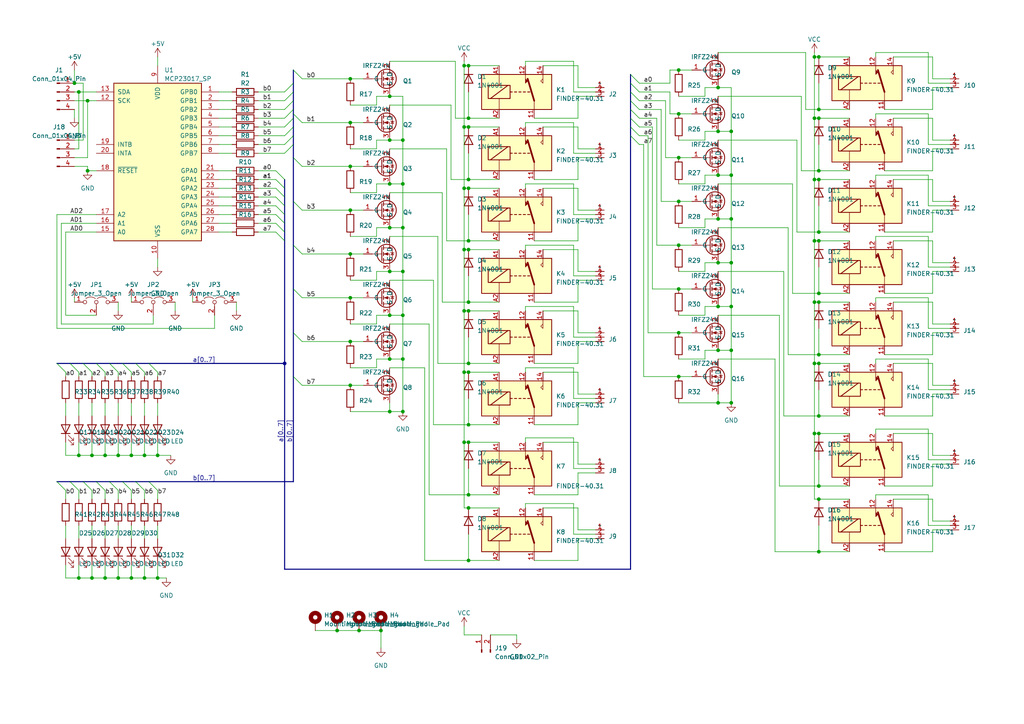
<source format=kicad_sch>
(kicad_sch (version 20230121) (generator eeschema)
  (paper "A4")
  (junction (at 113.03 91.44))
  (junction (at 135.89 36.83))
  (junction (at 101.6 99.06))
  (junction (at 135.89 105.41))
  (junction (at 212.09 116.84))
  (junction (at 34.29 167.64))
  (junction (at 237.49 140.97))
  (junction (at 38.1 132.08))
  (junction (at 212.09 101.6))
  (junction (at 25.4 49.53))
  (junction (at 116.84 40.64))
  (junction (at 30.48 132.08))
  (junction (at 134.62 90.17))
  (junction (at 135.89 69.85))
  (junction (at 101.6 22.86))
  (junction (at 237.49 16.51))
  (junction (at 113.03 119.38))
  (junction (at 101.6 35.56))
  (junction (at 212.09 38.1))
  (junction (at 135.89 19.05))
  (junction (at 26.67 167.64))
  (junction (at 237.49 49.53))
  (junction (at 236.22 16.51))
  (junction (at 30.48 167.64))
  (junction (at 101.6 48.26))
  (junction (at 236.22 105.41))
  (junction (at 135.89 162.56))
  (junction (at 113.03 104.14))
  (junction (at 135.89 123.19))
  (junction (at 196.85 45.72))
  (junction (at 113.03 66.04))
  (junction (at 45.72 132.08))
  (junction (at 116.84 91.44))
  (junction (at 196.85 109.22))
  (junction (at 237.49 160.02))
  (junction (at 236.22 69.85))
  (junction (at 237.49 31.75))
  (junction (at 212.09 50.8))
  (junction (at 41.91 132.08))
  (junction (at 237.49 52.07))
  (junction (at 212.09 76.2))
  (junction (at 134.62 128.27))
  (junction (at 196.85 71.12))
  (junction (at 113.03 27.94))
  (junction (at 104.14 182.88))
  (junction (at 116.84 53.34))
  (junction (at 236.22 87.63))
  (junction (at 134.62 54.61))
  (junction (at 22.86 132.08))
  (junction (at 236.22 125.73))
  (junction (at 101.6 86.36))
  (junction (at 41.91 167.64))
  (junction (at 116.84 119.38))
  (junction (at 134.62 36.83))
  (junction (at 196.85 96.52))
  (junction (at 208.28 38.1))
  (junction (at 134.62 19.05))
  (junction (at 212.09 63.5))
  (junction (at 113.03 53.34))
  (junction (at 113.03 78.74))
  (junction (at 135.89 72.39))
  (junction (at 237.49 87.63))
  (junction (at 25.4 29.21))
  (junction (at 22.86 167.64))
  (junction (at 208.28 101.6))
  (junction (at 135.89 147.32))
  (junction (at 116.84 66.04))
  (junction (at 208.28 76.2))
  (junction (at 236.22 52.07))
  (junction (at 208.28 88.9))
  (junction (at 237.49 69.85))
  (junction (at 196.85 58.42))
  (junction (at 236.22 34.29))
  (junction (at 208.28 63.5))
  (junction (at 110.49 182.88))
  (junction (at 208.28 50.8))
  (junction (at 237.49 144.78))
  (junction (at 196.85 33.02))
  (junction (at 135.89 52.07))
  (junction (at 208.28 25.4))
  (junction (at 21.59 24.13))
  (junction (at 116.84 78.74))
  (junction (at 237.49 67.31))
  (junction (at 101.6 111.76))
  (junction (at 116.84 104.14))
  (junction (at 135.89 107.95))
  (junction (at 237.49 120.65))
  (junction (at 134.62 107.95))
  (junction (at 237.49 105.41))
  (junction (at 208.28 116.84))
  (junction (at 34.29 132.08))
  (junction (at 101.6 73.66))
  (junction (at 45.72 167.64))
  (junction (at 135.89 54.61))
  (junction (at 237.49 125.73))
  (junction (at 82.55 105.41))
  (junction (at 135.89 34.29))
  (junction (at 101.6 60.96))
  (junction (at 26.67 132.08))
  (junction (at 135.89 87.63))
  (junction (at 38.1 167.64))
  (junction (at 113.03 40.64))
  (junction (at 135.89 143.51))
  (junction (at 237.49 34.29))
  (junction (at 237.49 102.87))
  (junction (at 134.62 72.39))
  (junction (at 135.89 90.17))
  (junction (at 212.09 88.9))
  (junction (at 97.79 182.88))
  (junction (at 237.49 85.09))
  (junction (at 135.89 128.27))
  (junction (at 196.85 20.32))
  (junction (at 196.85 83.82))
  (junction (at 22.86 26.67))
  (bus_entry (at 85.09 58.42) (size 2.54 2.54))
  (bus_entry (at 182.88 21.59) (size 2.54 2.54))
  (bus_entry (at 31.75 105.41) (size 2.54 2.54))
  (bus_entry (at 182.88 31.75) (size 2.54 2.54))
  (bus_entry (at 20.32 139.7) (size 2.54 2.54))
  (bus_entry (at 27.94 139.7) (size 2.54 2.54))
  (bus_entry (at 85.09 20.32) (size 2.54 2.54))
  (bus_entry (at 24.13 139.7) (size 2.54 2.54))
  (bus_entry (at 43.18 105.41) (size 2.54 2.54))
  (bus_entry (at 85.09 83.82) (size 2.54 2.54))
  (bus_entry (at 20.32 105.41) (size 2.54 2.54))
  (bus_entry (at 16.51 139.7) (size 2.54 2.54))
  (bus_entry (at 80.01 54.61) (size 2.54 2.54))
  (bus_entry (at 80.01 67.31) (size 2.54 2.54))
  (bus_entry (at 35.56 105.41) (size 2.54 2.54))
  (bus_entry (at 182.88 36.83) (size 2.54 2.54))
  (bus_entry (at 182.88 34.29) (size 2.54 2.54))
  (bus_entry (at 85.09 29.21) (size -2.54 2.54))
  (bus_entry (at 182.88 29.21) (size 2.54 2.54))
  (bus_entry (at 27.94 105.41) (size 2.54 2.54))
  (bus_entry (at 80.01 62.23) (size 2.54 2.54))
  (bus_entry (at 85.09 36.83) (size -2.54 2.54))
  (bus_entry (at 85.09 31.75) (size -2.54 2.54))
  (bus_entry (at 182.88 24.13) (size 2.54 2.54))
  (bus_entry (at 85.09 96.52) (size 2.54 2.54))
  (bus_entry (at 85.09 41.91) (size -2.54 2.54))
  (bus_entry (at 80.01 57.15) (size 2.54 2.54))
  (bus_entry (at 39.37 105.41) (size 2.54 2.54))
  (bus_entry (at 85.09 39.37) (size -2.54 2.54))
  (bus_entry (at 43.18 139.7) (size 2.54 2.54))
  (bus_entry (at 85.09 26.67) (size -2.54 2.54))
  (bus_entry (at 85.09 109.22) (size 2.54 2.54))
  (bus_entry (at 85.09 33.02) (size 2.54 2.54))
  (bus_entry (at 16.51 105.41) (size 2.54 2.54))
  (bus_entry (at 24.13 105.41) (size 2.54 2.54))
  (bus_entry (at 80.01 52.07) (size 2.54 2.54))
  (bus_entry (at 85.09 34.29) (size -2.54 2.54))
  (bus_entry (at 82.55 26.67) (size 2.54 -2.54))
  (bus_entry (at 85.09 45.72) (size 2.54 2.54))
  (bus_entry (at 182.88 39.37) (size 2.54 2.54))
  (bus_entry (at 85.09 71.12) (size 2.54 2.54))
  (bus_entry (at 35.56 139.7) (size 2.54 2.54))
  (bus_entry (at 182.88 26.67) (size 2.54 2.54))
  (bus_entry (at 80.01 49.53) (size 2.54 2.54))
  (bus_entry (at 31.75 139.7) (size 2.54 2.54))
  (bus_entry (at 80.01 59.69) (size 2.54 2.54))
  (bus_entry (at 80.01 64.77) (size 2.54 2.54))
  (bus_entry (at 39.37 139.7) (size 2.54 2.54))
  (wire (pts (xy 236.22 144.78) (xy 236.22 125.73)))
  (wire (pts (xy 128.27 55.88) (xy 128.27 87.63)))
  (wire (pts (xy 152.4 17.78) (xy 152.4 19.05)))
  (wire (pts (xy 172.72 99.06) (xy 167.64 99.06)))
  (wire (pts (xy 212.09 38.1) (xy 212.09 50.8)))
  (wire (pts (xy 101.6 35.56) (xy 105.41 35.56)))
  (wire (pts (xy 254 104.14) (xy 254 105.41)))
  (wire (pts (xy 185.42 29.21) (xy 193.04 29.21)))
  (wire (pts (xy 237.49 59.69) (xy 237.49 67.31)))
  (wire (pts (xy 246.38 160.02) (xy 237.49 160.02)))
  (wire (pts (xy 236.22 34.29) (xy 236.22 52.07)))
  (wire (pts (xy 231.14 40.64) (xy 231.14 67.31)))
  (bus (pts (xy 85.09 96.52) (xy 85.09 109.22)))
  (wire (pts (xy 270.51 22.86) (xy 270.51 16.51)))
  (wire (pts (xy 101.6 30.48) (xy 109.22 30.48)))
  (wire (pts (xy 208.28 66.04) (xy 228.6 66.04)))
  (wire (pts (xy 167.64 69.85) (xy 167.64 63.5)))
  (wire (pts (xy 63.5 49.53) (xy 67.31 49.53)))
  (wire (pts (xy 189.23 36.83) (xy 189.23 83.82)))
  (wire (pts (xy 109.22 91.44) (xy 113.03 91.44)))
  (wire (pts (xy 194.31 24.13) (xy 194.31 20.32)))
  (wire (pts (xy 109.22 55.88) (xy 109.22 53.34)))
  (wire (pts (xy 269.24 113.03) (xy 269.24 104.14)))
  (wire (pts (xy 166.37 97.79) (xy 172.72 97.79)))
  (wire (pts (xy 74.93 31.75) (xy 82.55 31.75)))
  (wire (pts (xy 38.1 86.36) (xy 38.1 87.63)))
  (wire (pts (xy 21.59 86.36) (xy 21.59 87.63)))
  (wire (pts (xy 109.22 30.48) (xy 109.22 27.94)))
  (wire (pts (xy 38.1 167.64) (xy 41.91 167.64)))
  (wire (pts (xy 135.89 143.51) (xy 144.78 143.51)))
  (wire (pts (xy 116.84 104.14) (xy 116.84 119.38)))
  (wire (pts (xy 135.89 54.61) (xy 144.78 54.61)))
  (wire (pts (xy 167.64 114.3) (xy 167.64 107.95)))
  (wire (pts (xy 212.09 76.2) (xy 212.09 88.9)))
  (wire (pts (xy 270.51 58.42) (xy 270.51 52.07)))
  (wire (pts (xy 269.24 152.4) (xy 269.24 143.51)))
  (wire (pts (xy 116.84 27.94) (xy 116.84 40.64)))
  (wire (pts (xy 74.93 64.77) (xy 80.01 64.77)))
  (wire (pts (xy 109.22 106.68) (xy 109.22 104.14)))
  (wire (pts (xy 45.72 163.83) (xy 45.72 167.64)))
  (wire (pts (xy 172.72 25.4) (xy 167.64 25.4)))
  (wire (pts (xy 236.22 87.63) (xy 236.22 105.41)))
  (wire (pts (xy 22.86 132.08) (xy 26.67 132.08)))
  (wire (pts (xy 167.64 60.96) (xy 172.72 60.96)))
  (wire (pts (xy 187.96 39.37) (xy 187.96 96.52)))
  (wire (pts (xy 196.85 91.44) (xy 204.47 91.44)))
  (wire (pts (xy 166.37 62.23) (xy 166.37 53.34)))
  (wire (pts (xy 172.72 154.94) (xy 166.37 154.94)))
  (wire (pts (xy 259.08 87.63) (xy 270.51 87.63)))
  (wire (pts (xy 204.47 40.64) (xy 204.47 38.1)))
  (bus (pts (xy 39.37 105.41) (xy 43.18 105.41)))
  (wire (pts (xy 167.64 43.18) (xy 172.72 43.18)))
  (wire (pts (xy 24.13 24.13) (xy 21.59 24.13)))
  (wire (pts (xy 236.22 52.07) (xy 237.49 52.07)))
  (wire (pts (xy 125.73 81.28) (xy 125.73 123.19)))
  (wire (pts (xy 196.85 40.64) (xy 204.47 40.64)))
  (wire (pts (xy 113.03 68.58) (xy 127 68.58)))
  (bus (pts (xy 182.88 21.59) (xy 182.88 24.13)))
  (wire (pts (xy 135.89 128.27) (xy 134.62 128.27)))
  (wire (pts (xy 246.38 16.51) (xy 237.49 16.51)))
  (wire (pts (xy 237.49 105.41) (xy 246.38 105.41)))
  (wire (pts (xy 132.08 34.29) (xy 132.08 17.78)))
  (wire (pts (xy 101.6 119.38) (xy 113.03 119.38)))
  (wire (pts (xy 154.94 123.19) (xy 167.64 123.19)))
  (wire (pts (xy 38.1 107.95) (xy 38.1 109.22)))
  (wire (pts (xy 45.72 152.4) (xy 45.72 156.21)))
  (wire (pts (xy 154.94 87.63) (xy 167.64 87.63)))
  (wire (pts (xy 63.5 39.37) (xy 67.31 39.37)))
  (wire (pts (xy 63.5 29.21) (xy 67.31 29.21)))
  (wire (pts (xy 270.51 87.63) (xy 270.51 93.98)))
  (bus (pts (xy 31.75 139.7) (xy 35.56 139.7)))
  (wire (pts (xy 185.42 24.13) (xy 194.31 24.13)))
  (wire (pts (xy 152.4 71.12) (xy 152.4 72.39)))
  (wire (pts (xy 135.89 143.51) (xy 124.46 143.51)))
  (wire (pts (xy 166.37 154.94) (xy 166.37 146.05)))
  (wire (pts (xy 237.49 140.97) (xy 226.06 140.97)))
  (wire (pts (xy 237.49 87.63) (xy 246.38 87.63)))
  (wire (pts (xy 275.59 134.62) (xy 270.51 134.62)))
  (wire (pts (xy 204.47 25.4) (xy 208.28 25.4)))
  (wire (pts (xy 185.42 26.67) (xy 194.31 26.67)))
  (wire (pts (xy 224.79 104.14) (xy 224.79 160.02)))
  (wire (pts (xy 208.28 76.2) (xy 212.09 76.2)))
  (wire (pts (xy 152.4 88.9) (xy 166.37 88.9)))
  (wire (pts (xy 101.6 43.18) (xy 109.22 43.18)))
  (wire (pts (xy 270.51 120.65) (xy 270.51 114.3)))
  (wire (pts (xy 113.03 78.74) (xy 116.84 78.74)))
  (bus (pts (xy 85.09 24.13) (xy 85.09 26.67)))
  (wire (pts (xy 38.1 142.24) (xy 38.1 144.78)))
  (wire (pts (xy 275.59 96.52) (xy 270.51 96.52)))
  (wire (pts (xy 172.72 62.23) (xy 166.37 62.23)))
  (wire (pts (xy 204.47 66.04) (xy 204.47 63.5)))
  (wire (pts (xy 134.62 54.61) (xy 134.62 72.39)))
  (wire (pts (xy 194.31 20.32) (xy 196.85 20.32)))
  (bus (pts (xy 31.75 105.41) (xy 35.56 105.41)))
  (bus (pts (xy 182.88 34.29) (xy 182.88 36.83)))
  (wire (pts (xy 237.49 160.02) (xy 237.49 152.4)))
  (wire (pts (xy 166.37 53.34) (xy 152.4 53.34)))
  (wire (pts (xy 63.5 67.31) (xy 67.31 67.31)))
  (wire (pts (xy 259.08 69.85) (xy 270.51 69.85)))
  (wire (pts (xy 87.63 111.76) (xy 101.6 111.76)))
  (wire (pts (xy 196.85 109.22) (xy 200.66 109.22)))
  (wire (pts (xy 212.09 63.5) (xy 212.09 76.2)))
  (wire (pts (xy 113.03 104.14) (xy 116.84 104.14)))
  (wire (pts (xy 135.89 90.17) (xy 134.62 90.17)))
  (wire (pts (xy 34.29 132.08) (xy 38.1 132.08)))
  (wire (pts (xy 21.59 40.64) (xy 24.13 40.64)))
  (wire (pts (xy 34.29 142.24) (xy 34.29 144.78)))
  (wire (pts (xy 134.62 147.32) (xy 134.62 128.27)))
  (bus (pts (xy 85.09 41.91) (xy 85.09 45.72)))
  (wire (pts (xy 26.67 163.83) (xy 26.67 167.64)))
  (wire (pts (xy 134.62 181.61) (xy 134.62 184.15)))
  (wire (pts (xy 167.64 156.21) (xy 172.72 156.21)))
  (wire (pts (xy 196.85 53.34) (xy 204.47 53.34)))
  (wire (pts (xy 269.24 50.8) (xy 254 50.8)))
  (wire (pts (xy 208.28 116.84) (xy 212.09 116.84)))
  (wire (pts (xy 237.49 24.13) (xy 237.49 31.75)))
  (wire (pts (xy 204.47 76.2) (xy 208.28 76.2)))
  (wire (pts (xy 87.63 35.56) (xy 101.6 35.56)))
  (wire (pts (xy 172.72 44.45) (xy 166.37 44.45)))
  (bus (pts (xy 20.32 105.41) (xy 24.13 105.41)))
  (wire (pts (xy 186.69 109.22) (xy 196.85 109.22)))
  (wire (pts (xy 269.24 24.13) (xy 269.24 15.24)))
  (wire (pts (xy 194.31 26.67) (xy 194.31 33.02)))
  (wire (pts (xy 193.04 45.72) (xy 196.85 45.72)))
  (wire (pts (xy 135.89 69.85) (xy 144.78 69.85)))
  (wire (pts (xy 63.5 26.67) (xy 67.31 26.67)))
  (wire (pts (xy 167.64 90.17) (xy 167.64 96.52)))
  (wire (pts (xy 113.03 66.04) (xy 116.84 66.04)))
  (wire (pts (xy 22.86 107.95) (xy 22.86 109.22)))
  (wire (pts (xy 144.78 19.05) (xy 135.89 19.05)))
  (wire (pts (xy 269.24 95.25) (xy 275.59 95.25)))
  (wire (pts (xy 41.91 116.84) (xy 41.91 120.65)))
  (wire (pts (xy 135.89 162.56) (xy 135.89 154.94)))
  (wire (pts (xy 254 143.51) (xy 254 144.78)))
  (wire (pts (xy 154.94 143.51) (xy 167.64 143.51)))
  (wire (pts (xy 45.72 142.24) (xy 45.72 144.78)))
  (bus (pts (xy 182.88 26.67) (xy 182.88 29.21)))
  (wire (pts (xy 110.49 182.88) (xy 110.49 187.96)))
  (wire (pts (xy 74.93 41.91) (xy 82.55 41.91)))
  (wire (pts (xy 135.89 62.23) (xy 135.89 69.85)))
  (wire (pts (xy 135.89 128.27) (xy 144.78 128.27)))
  (wire (pts (xy 109.22 53.34) (xy 113.03 53.34)))
  (wire (pts (xy 270.51 111.76) (xy 270.51 105.41)))
  (wire (pts (xy 74.93 52.07) (xy 80.01 52.07)))
  (wire (pts (xy 212.09 25.4) (xy 212.09 38.1)))
  (wire (pts (xy 101.6 81.28) (xy 109.22 81.28)))
  (bus (pts (xy 182.88 39.37) (xy 182.88 165.1)))
  (wire (pts (xy 167.64 134.62) (xy 172.72 134.62)))
  (wire (pts (xy 196.85 58.42) (xy 200.66 58.42)))
  (wire (pts (xy 74.93 44.45) (xy 82.55 44.45)))
  (bus (pts (xy 85.09 31.75) (xy 85.09 33.02)))
  (wire (pts (xy 152.4 106.68) (xy 152.4 107.95)))
  (bus (pts (xy 20.32 139.7) (xy 24.13 139.7)))
  (wire (pts (xy 157.48 54.61) (xy 167.64 54.61)))
  (wire (pts (xy 30.48 116.84) (xy 30.48 120.65)))
  (wire (pts (xy 45.72 167.64) (xy 48.26 167.64)))
  (wire (pts (xy 44.45 91.44) (xy 44.45 93.98)))
  (wire (pts (xy 154.94 52.07) (xy 167.64 52.07)))
  (wire (pts (xy 259.08 105.41) (xy 270.51 105.41)))
  (wire (pts (xy 237.49 31.75) (xy 233.68 31.75)))
  (wire (pts (xy 256.54 160.02) (xy 270.51 160.02)))
  (wire (pts (xy 25.4 29.21) (xy 27.94 29.21)))
  (wire (pts (xy 19.05 167.64) (xy 22.86 167.64)))
  (wire (pts (xy 124.46 93.98) (xy 113.03 93.98)))
  (bus (pts (xy 85.09 36.83) (xy 85.09 39.37)))
  (wire (pts (xy 185.42 31.75) (xy 191.77 31.75)))
  (wire (pts (xy 204.47 88.9) (xy 208.28 88.9)))
  (wire (pts (xy 157.48 107.95) (xy 167.64 107.95)))
  (wire (pts (xy 270.51 132.08) (xy 275.59 132.08)))
  (wire (pts (xy 167.64 153.67) (xy 172.72 153.67)))
  (wire (pts (xy 109.22 78.74) (xy 113.03 78.74)))
  (wire (pts (xy 113.03 27.94) (xy 116.84 27.94)))
  (wire (pts (xy 191.77 58.42) (xy 196.85 58.42)))
  (wire (pts (xy 256.54 85.09) (xy 270.51 85.09)))
  (wire (pts (xy 149.86 184.15) (xy 149.86 185.42)))
  (wire (pts (xy 259.08 52.07) (xy 270.51 52.07)))
  (wire (pts (xy 167.64 63.5) (xy 172.72 63.5)))
  (wire (pts (xy 167.64 99.06) (xy 167.64 105.41)))
  (wire (pts (xy 74.93 49.53) (xy 80.01 49.53)))
  (wire (pts (xy 135.89 26.67) (xy 135.89 34.29)))
  (wire (pts (xy 63.5 34.29) (xy 67.31 34.29)))
  (wire (pts (xy 109.22 27.94) (xy 113.03 27.94)))
  (wire (pts (xy 152.4 146.05) (xy 152.4 147.32)))
  (wire (pts (xy 130.81 30.48) (xy 130.81 52.07)))
  (bus (pts (xy 85.09 109.22) (xy 85.09 139.7)))
  (wire (pts (xy 191.77 31.75) (xy 191.77 58.42)))
  (wire (pts (xy 21.59 45.72) (xy 25.4 45.72)))
  (wire (pts (xy 167.64 96.52) (xy 172.72 96.52)))
  (wire (pts (xy 27.94 91.44) (xy 19.05 91.44)))
  (wire (pts (xy 25.4 48.26) (xy 25.4 49.53)))
  (wire (pts (xy 259.08 144.78) (xy 270.51 144.78)))
  (wire (pts (xy 166.37 135.89) (xy 172.72 135.89)))
  (wire (pts (xy 123.19 162.56) (xy 135.89 162.56)))
  (wire (pts (xy 38.1 116.84) (xy 38.1 120.65)))
  (wire (pts (xy 236.22 87.63) (xy 236.22 69.85)))
  (wire (pts (xy 232.41 49.53) (xy 237.49 49.53)))
  (wire (pts (xy 62.23 95.25) (xy 16.51 95.25)))
  (wire (pts (xy 63.5 62.23) (xy 67.31 62.23)))
  (bus (pts (xy 85.09 33.02) (xy 85.09 34.29)))
  (wire (pts (xy 113.03 106.68) (xy 123.19 106.68)))
  (wire (pts (xy 22.86 128.27) (xy 22.86 132.08)))
  (wire (pts (xy 172.72 137.16) (xy 167.64 137.16)))
  (wire (pts (xy 87.63 48.26) (xy 101.6 48.26)))
  (wire (pts (xy 41.91 163.83) (xy 41.91 167.64)))
  (wire (pts (xy 237.49 69.85) (xy 236.22 69.85)))
  (wire (pts (xy 135.89 34.29) (xy 144.78 34.29)))
  (wire (pts (xy 172.72 81.28) (xy 167.64 81.28)))
  (wire (pts (xy 270.51 102.87) (xy 256.54 102.87)))
  (wire (pts (xy 166.37 17.78) (xy 152.4 17.78)))
  (wire (pts (xy 254 69.85) (xy 254 68.58)))
  (wire (pts (xy 270.51 160.02) (xy 270.51 153.67)))
  (wire (pts (xy 154.94 162.56) (xy 167.64 162.56)))
  (wire (pts (xy 19.05 128.27) (xy 19.05 132.08)))
  (wire (pts (xy 152.4 127) (xy 166.37 127)))
  (wire (pts (xy 38.1 152.4) (xy 38.1 156.21)))
  (wire (pts (xy 237.49 41.91) (xy 237.49 49.53)))
  (wire (pts (xy 196.85 78.74) (xy 204.47 78.74)))
  (wire (pts (xy 19.05 91.44) (xy 19.05 67.31)))
  (wire (pts (xy 113.03 116.84) (xy 113.03 119.38)))
  (wire (pts (xy 270.51 93.98) (xy 275.59 93.98)))
  (wire (pts (xy 233.68 15.24) (xy 208.28 15.24)))
  (wire (pts (xy 26.67 132.08) (xy 30.48 132.08)))
  (wire (pts (xy 30.48 152.4) (xy 30.48 156.21)))
  (wire (pts (xy 113.03 55.88) (xy 128.27 55.88)))
  (wire (pts (xy 208.28 38.1) (xy 212.09 38.1)))
  (wire (pts (xy 24.13 40.64) (xy 24.13 24.13)))
  (wire (pts (xy 256.54 31.75) (xy 270.51 31.75)))
  (wire (pts (xy 167.64 45.72) (xy 172.72 45.72)))
  (wire (pts (xy 254 15.24) (xy 254 16.51)))
  (wire (pts (xy 22.86 43.18) (xy 22.86 26.67)))
  (wire (pts (xy 101.6 106.68) (xy 109.22 106.68)))
  (bus (pts (xy 24.13 105.41) (xy 27.94 105.41)))
  (wire (pts (xy 270.51 25.4) (xy 275.59 25.4)))
  (wire (pts (xy 21.59 48.26) (xy 25.4 48.26)))
  (wire (pts (xy 227.33 120.65) (xy 237.49 120.65)))
  (wire (pts (xy 186.69 41.91) (xy 186.69 109.22)))
  (wire (pts (xy 208.28 27.94) (xy 232.41 27.94)))
  (bus (pts (xy 82.55 67.31) (xy 82.55 69.85)))
  (bus (pts (xy 182.88 29.21) (xy 182.88 31.75)))
  (wire (pts (xy 142.24 184.15) (xy 149.86 184.15)))
  (wire (pts (xy 113.03 30.48) (xy 130.81 30.48)))
  (wire (pts (xy 22.86 167.64) (xy 26.67 167.64)))
  (wire (pts (xy 229.87 53.34) (xy 229.87 85.09)))
  (wire (pts (xy 30.48 107.95) (xy 30.48 109.22)))
  (wire (pts (xy 45.72 128.27) (xy 45.72 132.08)))
  (bus (pts (xy 182.88 31.75) (xy 182.88 34.29)))
  (wire (pts (xy 22.86 26.67) (xy 27.94 26.67)))
  (wire (pts (xy 134.62 36.83) (xy 134.62 54.61)))
  (wire (pts (xy 134.62 147.32) (xy 135.89 147.32)))
  (wire (pts (xy 237.49 120.65) (xy 246.38 120.65)))
  (wire (pts (xy 167.64 52.07) (xy 167.64 45.72)))
  (wire (pts (xy 167.64 72.39) (xy 167.64 78.74)))
  (wire (pts (xy 204.47 38.1) (xy 208.28 38.1)))
  (wire (pts (xy 204.47 50.8) (xy 208.28 50.8)))
  (wire (pts (xy 237.49 95.25) (xy 237.49 102.87)))
  (wire (pts (xy 254 86.36) (xy 269.24 86.36)))
  (bus (pts (xy 182.88 24.13) (xy 182.88 26.67)))
  (wire (pts (xy 166.37 71.12) (xy 166.37 80.01)))
  (bus (pts (xy 82.55 64.77) (xy 82.55 67.31)))
  (wire (pts (xy 270.51 153.67) (xy 275.59 153.67)))
  (wire (pts (xy 134.62 90.17) (xy 134.62 107.95)))
  (wire (pts (xy 275.59 152.4) (xy 269.24 152.4)))
  (wire (pts (xy 212.09 50.8) (xy 212.09 63.5)))
  (wire (pts (xy 166.37 106.68) (xy 152.4 106.68)))
  (wire (pts (xy 154.94 69.85) (xy 167.64 69.85)))
  (wire (pts (xy 204.47 63.5) (xy 208.28 63.5)))
  (wire (pts (xy 109.22 81.28) (xy 109.22 78.74)))
  (wire (pts (xy 208.28 78.74) (xy 227.33 78.74)))
  (wire (pts (xy 34.29 107.95) (xy 34.29 109.22)))
  (wire (pts (xy 109.22 40.64) (xy 113.03 40.64)))
  (wire (pts (xy 196.85 45.72) (xy 200.66 45.72)))
  (bus (pts (xy 85.09 39.37) (xy 85.09 41.91)))
  (wire (pts (xy 196.85 20.32) (xy 200.66 20.32)))
  (wire (pts (xy 63.5 54.61) (xy 67.31 54.61)))
  (wire (pts (xy 236.22 105.41) (xy 237.49 105.41)))
  (wire (pts (xy 101.6 93.98) (xy 109.22 93.98)))
  (wire (pts (xy 74.93 62.23) (xy 80.01 62.23)))
  (wire (pts (xy 135.89 44.45) (xy 135.89 52.07)))
  (wire (pts (xy 63.5 64.77) (xy 67.31 64.77)))
  (wire (pts (xy 62.23 91.44) (xy 62.23 95.25)))
  (wire (pts (xy 135.89 72.39) (xy 144.78 72.39)))
  (wire (pts (xy 63.5 44.45) (xy 67.31 44.45)))
  (wire (pts (xy 269.24 15.24) (xy 254 15.24)))
  (wire (pts (xy 87.63 22.86) (xy 101.6 22.86)))
  (wire (pts (xy 74.93 26.67) (xy 82.55 26.67)))
  (wire (pts (xy 236.22 16.51) (xy 236.22 34.29)))
  (wire (pts (xy 21.59 20.32) (xy 21.59 24.13)))
  (wire (pts (xy 237.49 113.03) (xy 237.49 120.65)))
  (wire (pts (xy 113.03 43.18) (xy 129.54 43.18)))
  (wire (pts (xy 129.54 69.85) (xy 135.89 69.85)))
  (wire (pts (xy 113.03 81.28) (xy 125.73 81.28)))
  (wire (pts (xy 193.04 29.21) (xy 193.04 45.72)))
  (wire (pts (xy 134.62 107.95) (xy 135.89 107.95)))
  (wire (pts (xy 19.05 163.83) (xy 19.05 167.64)))
  (bus (pts (xy 182.88 36.83) (xy 182.88 39.37)))
  (wire (pts (xy 269.24 104.14) (xy 254 104.14)))
  (bus (pts (xy 82.55 57.15) (xy 82.55 59.69)))
  (wire (pts (xy 134.62 54.61) (xy 135.89 54.61)))
  (wire (pts (xy 254 125.73) (xy 254 124.46)))
  (wire (pts (xy 152.4 127) (xy 152.4 128.27)))
  (wire (pts (xy 45.72 132.08) (xy 49.53 132.08)))
  (wire (pts (xy 124.46 93.98) (xy 124.46 143.51)))
  (wire (pts (xy 135.89 52.07) (xy 144.78 52.07)))
  (wire (pts (xy 224.79 160.02) (xy 237.49 160.02)))
  (wire (pts (xy 208.28 88.9) (xy 212.09 88.9)))
  (bus (pts (xy 85.09 71.12) (xy 85.09 83.82)))
  (wire (pts (xy 34.29 163.83) (xy 34.29 167.64)))
  (wire (pts (xy 166.37 115.57) (xy 166.37 106.68)))
  (wire (pts (xy 34.29 167.64) (xy 38.1 167.64)))
  (wire (pts (xy 204.47 78.74) (xy 204.47 76.2)))
  (wire (pts (xy 116.84 91.44) (xy 116.84 104.14)))
  (wire (pts (xy 34.29 116.84) (xy 34.29 120.65)))
  (wire (pts (xy 237.49 16.51) (xy 236.22 16.51)))
  (wire (pts (xy 45.72 116.84) (xy 45.72 120.65)))
  (wire (pts (xy 270.51 96.52) (xy 270.51 102.87)))
  (wire (pts (xy 152.4 53.34) (xy 152.4 54.61)))
  (wire (pts (xy 166.37 44.45) (xy 166.37 35.56)))
  (wire (pts (xy 167.64 162.56) (xy 167.64 156.21)))
  (wire (pts (xy 269.24 77.47) (xy 275.59 77.47)))
  (wire (pts (xy 101.6 99.06) (xy 105.41 99.06)))
  (wire (pts (xy 204.47 91.44) (xy 204.47 88.9)))
  (wire (pts (xy 254 124.46) (xy 269.24 124.46)))
  (wire (pts (xy 101.6 111.76) (xy 105.41 111.76)))
  (wire (pts (xy 152.4 88.9) (xy 152.4 90.17)))
  (wire (pts (xy 228.6 102.87) (xy 237.49 102.87)))
  (wire (pts (xy 55.88 86.36) (xy 55.88 87.63)))
  (wire (pts (xy 104.14 182.88) (xy 110.49 182.88)))
  (bus (pts (xy 82.55 54.61) (xy 82.55 57.15)))
  (wire (pts (xy 166.37 80.01) (xy 172.72 80.01)))
  (bus (pts (xy 35.56 139.7) (xy 39.37 139.7)))
  (wire (pts (xy 275.59 41.91) (xy 269.24 41.91)))
  (wire (pts (xy 167.64 123.19) (xy 167.64 116.84)))
  (wire (pts (xy 269.24 68.58) (xy 269.24 77.47)))
  (wire (pts (xy 237.49 67.31) (xy 246.38 67.31)))
  (wire (pts (xy 167.64 36.83) (xy 167.64 43.18)))
  (wire (pts (xy 63.5 36.83) (xy 67.31 36.83)))
  (wire (pts (xy 135.89 90.17) (xy 144.78 90.17)))
  (wire (pts (xy 34.29 128.27) (xy 34.29 132.08)))
  (wire (pts (xy 237.49 34.29) (xy 246.38 34.29)))
  (wire (pts (xy 166.37 146.05) (xy 152.4 146.05)))
  (wire (pts (xy 19.05 142.24) (xy 19.05 144.78)))
  (wire (pts (xy 226.06 91.44) (xy 208.28 91.44)))
  (wire (pts (xy 237.49 125.73) (xy 236.22 125.73)))
  (wire (pts (xy 190.5 71.12) (xy 196.85 71.12)))
  (wire (pts (xy 166.37 35.56) (xy 152.4 35.56)))
  (bus (pts (xy 43.18 139.7) (xy 85.09 139.7)))
  (wire (pts (xy 25.4 49.53) (xy 27.94 49.53)))
  (wire (pts (xy 236.22 105.41) (xy 236.22 125.73)))
  (wire (pts (xy 74.93 54.61) (xy 80.01 54.61)))
  (wire (pts (xy 109.22 68.58) (xy 109.22 66.04)))
  (wire (pts (xy 185.42 39.37) (xy 187.96 39.37)))
  (bus (pts (xy 85.09 29.21) (xy 85.09 31.75)))
  (wire (pts (xy 196.85 33.02) (xy 200.66 33.02)))
  (wire (pts (xy 91.44 182.88) (xy 97.79 182.88)))
  (wire (pts (xy 152.4 35.56) (xy 152.4 36.83)))
  (wire (pts (xy 22.86 116.84) (xy 22.86 120.65)))
  (bus (pts (xy 85.09 83.82) (xy 85.09 96.52)))
  (wire (pts (xy 167.64 81.28) (xy 167.64 87.63)))
  (wire (pts (xy 19.05 152.4) (xy 19.05 156.21)))
  (bus (pts (xy 85.09 34.29) (xy 85.09 36.83)))
  (wire (pts (xy 270.51 60.96) (xy 275.59 60.96)))
  (wire (pts (xy 135.89 147.32) (xy 144.78 147.32)))
  (wire (pts (xy 113.03 119.38) (xy 116.84 119.38)))
  (bus (pts (xy 85.09 20.32) (xy 85.09 24.13)))
  (wire (pts (xy 212.09 101.6) (xy 212.09 116.84)))
  (wire (pts (xy 259.08 34.29) (xy 270.51 34.29)))
  (wire (pts (xy 208.28 101.6) (xy 212.09 101.6)))
  (wire (pts (xy 26.67 167.64) (xy 30.48 167.64)))
  (wire (pts (xy 19.05 107.95) (xy 19.05 109.22)))
  (wire (pts (xy 172.72 26.67) (xy 166.37 26.67)))
  (wire (pts (xy 41.91 152.4) (xy 41.91 156.21)))
  (wire (pts (xy 208.28 114.3) (xy 208.28 116.84)))
  (wire (pts (xy 135.89 72.39) (xy 134.62 72.39)))
  (wire (pts (xy 259.08 125.73) (xy 270.51 125.73)))
  (wire (pts (xy 109.22 104.14) (xy 113.03 104.14)))
  (wire (pts (xy 74.93 29.21) (xy 82.55 29.21)))
  (wire (pts (xy 135.89 123.19) (xy 144.78 123.19)))
  (wire (pts (xy 63.5 41.91) (xy 67.31 41.91)))
  (wire (pts (xy 204.47 53.34) (xy 204.47 50.8)))
  (wire (pts (xy 185.42 36.83) (xy 189.23 36.83)))
  (wire (pts (xy 189.23 83.82) (xy 196.85 83.82)))
  (wire (pts (xy 101.6 73.66) (xy 105.41 73.66)))
  (wire (pts (xy 129.54 43.18) (xy 129.54 69.85)))
  (wire (pts (xy 269.24 143.51) (xy 254 143.51)))
  (wire (pts (xy 63.5 59.69) (xy 67.31 59.69)))
  (wire (pts (xy 227.33 78.74) (xy 227.33 120.65)))
  (wire (pts (xy 237.49 85.09) (xy 237.49 77.47)))
  (wire (pts (xy 45.72 16.51) (xy 45.72 19.05)))
  (wire (pts (xy 196.85 116.84) (xy 208.28 116.84)))
  (wire (pts (xy 166.37 127) (xy 166.37 135.89)))
  (wire (pts (xy 196.85 71.12) (xy 200.66 71.12)))
  (wire (pts (xy 208.28 63.5) (xy 212.09 63.5)))
  (wire (pts (xy 21.59 43.18) (xy 22.86 43.18)))
  (wire (pts (xy 254 87.63) (xy 254 86.36)))
  (wire (pts (xy 30.48 167.64) (xy 34.29 167.64)))
  (wire (pts (xy 275.59 22.86) (xy 270.51 22.86)))
  (wire (pts (xy 237.49 125.73) (xy 246.38 125.73)))
  (wire (pts (xy 237.49 69.85) (xy 246.38 69.85)))
  (wire (pts (xy 167.64 128.27) (xy 167.64 134.62)))
  (bus (pts (xy 82.55 59.69) (xy 82.55 62.23)))
  (bus (pts (xy 27.94 105.41) (xy 31.75 105.41)))
  (bus (pts (xy 82.55 62.23) (xy 82.55 64.77)))
  (wire (pts (xy 26.67 128.27) (xy 26.67 132.08)))
  (wire (pts (xy 228.6 66.04) (xy 228.6 102.87)))
  (wire (pts (xy 270.51 40.64) (xy 275.59 40.64)))
  (wire (pts (xy 135.89 36.83) (xy 144.78 36.83)))
  (wire (pts (xy 208.28 53.34) (xy 229.87 53.34)))
  (wire (pts (xy 134.62 36.83) (xy 135.89 36.83)))
  (wire (pts (xy 38.1 132.08) (xy 41.91 132.08)))
  (wire (pts (xy 87.63 60.96) (xy 101.6 60.96)))
  (wire (pts (xy 16.51 95.25) (xy 16.51 62.23)))
  (wire (pts (xy 185.42 41.91) (xy 186.69 41.91)))
  (wire (pts (xy 127 68.58) (xy 127 105.41)))
  (wire (pts (xy 30.48 128.27) (xy 30.48 132.08)))
  (wire (pts (xy 101.6 86.36) (xy 105.41 86.36)))
  (wire (pts (xy 22.86 142.24) (xy 22.86 144.78)))
  (wire (pts (xy 167.64 78.74) (xy 172.72 78.74)))
  (bus (pts (xy 82.55 52.07) (xy 82.55 54.61)))
  (wire (pts (xy 196.85 104.14) (xy 204.47 104.14)))
  (wire (pts (xy 116.84 40.64) (xy 116.84 53.34)))
  (wire (pts (xy 231.14 67.31) (xy 237.49 67.31)))
  (wire (pts (xy 157.48 72.39) (xy 167.64 72.39)))
  (wire (pts (xy 74.93 34.29) (xy 82.55 34.29)))
  (wire (pts (xy 167.64 60.96) (xy 167.64 54.61)))
  (wire (pts (xy 254 50.8) (xy 254 52.07)))
  (wire (pts (xy 270.51 67.31) (xy 270.51 60.96)))
  (wire (pts (xy 135.89 115.57) (xy 135.89 123.19)))
  (wire (pts (xy 97.79 182.88) (xy 104.14 182.88)))
  (wire (pts (xy 166.37 88.9) (xy 166.37 97.79)))
  (wire (pts (xy 270.51 125.73) (xy 270.51 132.08)))
  (wire (pts (xy 139.7 184.15) (xy 134.62 184.15)))
  (wire (pts (xy 269.24 124.46) (xy 269.24 133.35)))
  (wire (pts (xy 167.64 114.3) (xy 172.72 114.3)))
  (wire (pts (xy 256.54 49.53) (xy 270.51 49.53)))
  (wire (pts (xy 30.48 163.83) (xy 30.48 167.64)))
  (wire (pts (xy 101.6 60.96) (xy 105.41 60.96)))
  (wire (pts (xy 38.1 128.27) (xy 38.1 132.08)))
  (wire (pts (xy 275.59 113.03) (xy 269.24 113.03)))
  (wire (pts (xy 44.45 93.98) (xy 17.78 93.98)))
  (wire (pts (xy 17.78 64.77) (xy 27.94 64.77)))
  (wire (pts (xy 63.5 52.07) (xy 67.31 52.07)))
  (wire (pts (xy 144.78 87.63) (xy 135.89 87.63)))
  (bus (pts (xy 85.09 26.67) (xy 85.09 29.21)))
  (wire (pts (xy 256.54 67.31) (xy 270.51 67.31)))
  (wire (pts (xy 237.49 87.63) (xy 236.22 87.63)))
  (wire (pts (xy 123.19 106.68) (xy 123.19 162.56)))
  (wire (pts (xy 87.63 99.06) (xy 101.6 99.06)))
  (bus (pts (xy 27.94 139.7) (xy 31.75 139.7)))
  (wire (pts (xy 196.85 27.94) (xy 204.47 27.94)))
  (wire (pts (xy 63.5 31.75) (xy 67.31 31.75)))
  (bus (pts (xy 16.51 105.41) (xy 20.32 105.41)))
  (wire (pts (xy 270.51 43.18) (xy 275.59 43.18)))
  (wire (pts (xy 134.62 19.05) (xy 134.62 17.78)))
  (wire (pts (xy 30.48 132.08) (xy 34.29 132.08)))
  (wire (pts (xy 135.89 105.41) (xy 144.78 105.41)))
  (wire (pts (xy 157.48 128.27) (xy 167.64 128.27)))
  (wire (pts (xy 167.64 19.05) (xy 157.48 19.05)))
  (wire (pts (xy 16.51 62.23) (xy 27.94 62.23)))
  (wire (pts (xy 45.72 77.47) (xy 45.72 74.93)))
  (wire (pts (xy 26.67 116.84) (xy 26.67 120.65)))
  (wire (pts (xy 19.05 116.84) (xy 19.05 120.65)))
  (wire (pts (xy 212.09 88.9) (xy 212.09 101.6)))
  (wire (pts (xy 270.51 34.29) (xy 270.51 40.64)))
  (wire (pts (xy 134.62 19.05) (xy 134.62 36.83)))
  (wire (pts (xy 25.4 45.72) (xy 25.4 29.21)))
  (wire (pts (xy 237.49 133.35) (xy 237.49 140.97)))
  (wire (pts (xy 157.48 36.83) (xy 167.64 36.83)))
  (wire (pts (xy 204.47 101.6) (xy 208.28 101.6)))
  (wire (pts (xy 237.49 31.75) (xy 246.38 31.75)))
  (wire (pts (xy 167.64 27.94) (xy 172.72 27.94)))
  (bus (pts (xy 16.51 139.7) (xy 20.32 139.7)))
  (wire (pts (xy 185.42 34.29) (xy 190.5 34.29)))
  (wire (pts (xy 275.59 59.69) (xy 269.24 59.69)))
  (wire (pts (xy 109.22 93.98) (xy 109.22 91.44)))
  (wire (pts (xy 275.59 24.13) (xy 269.24 24.13)))
  (wire (pts (xy 154.94 34.29) (xy 167.64 34.29)))
  (wire (pts (xy 38.1 163.83) (xy 38.1 167.64)))
  (wire (pts (xy 270.51 58.42) (xy 275.59 58.42)))
  (wire (pts (xy 19.05 132.08) (xy 22.86 132.08)))
  (bus (pts (xy 35.56 105.41) (xy 39.37 105.41)))
  (wire (pts (xy 125.73 123.19) (xy 135.89 123.19)))
  (wire (pts (xy 41.91 167.64) (xy 45.72 167.64)))
  (wire (pts (xy 167.64 105.41) (xy 154.94 105.41)))
  (wire (pts (xy 256.54 140.97) (xy 270.51 140.97)))
  (bus (pts (xy 43.18 105.41) (xy 82.55 105.41)))
  (wire (pts (xy 34.29 152.4) (xy 34.29 156.21)))
  (wire (pts (xy 135.89 107.95) (xy 144.78 107.95)))
  (wire (pts (xy 254 68.58) (xy 269.24 68.58)))
  (wire (pts (xy 208.28 104.14) (xy 224.79 104.14)))
  (wire (pts (xy 167.64 116.84) (xy 172.72 116.84)))
  (wire (pts (xy 270.51 16.51) (xy 259.08 16.51)))
  (wire (pts (xy 135.89 87.63) (xy 135.89 80.01)))
  (wire (pts (xy 270.51 49.53) (xy 270.51 43.18)))
  (wire (pts (xy 190.5 34.29) (xy 190.5 71.12)))
  (wire (pts (xy 208.28 25.4) (xy 212.09 25.4)))
  (bus (pts (xy 85.09 58.42) (xy 85.09 71.12)))
  (wire (pts (xy 26.67 107.95) (xy 26.67 109.22)))
  (wire (pts (xy 236.22 144.78) (xy 237.49 144.78)))
  (wire (pts (xy 167.64 25.4) (xy 167.64 19.05)))
  (wire (pts (xy 270.51 114.3) (xy 275.59 114.3)))
  (wire (pts (xy 270.51 151.13) (xy 275.59 151.13)))
  (wire (pts (xy 74.93 59.69) (xy 80.01 59.69)))
  (wire (pts (xy 167.64 153.67) (xy 167.64 147.32)))
  (wire (pts (xy 270.51 78.74) (xy 270.51 85.09)))
  (wire (pts (xy 196.85 96.52) (xy 200.66 96.52)))
  (bus (pts (xy 24.13 139.7) (xy 27.94 139.7)))
  (bus (pts (xy 39.37 139.7) (xy 43.18 139.7)))
  (wire (pts (xy 101.6 22.86) (xy 105.41 22.86)))
  (wire (pts (xy 87.63 73.66) (xy 101.6 73.66)))
  (wire (pts (xy 270.51 76.2) (xy 275.59 76.2)))
  (wire (pts (xy 236.22 52.07) (xy 236.22 69.85)))
  (bus (pts (xy 85.09 45.72) (xy 85.09 58.42)))
  (wire (pts (xy 41.91 107.95) (xy 41.91 109.22)))
  (wire (pts (xy 152.4 71.12) (xy 166.37 71.12)))
  (wire (pts (xy 135.89 34.29) (xy 132.08 34.29)))
  (wire (pts (xy 63.5 57.15) (xy 67.31 57.15)))
  (wire (pts (xy 204.47 27.94) (xy 204.47 25.4)))
  (wire (pts (xy 204.47 104.14) (xy 204.47 101.6)))
  (wire (pts (xy 101.6 48.26) (xy 105.41 48.26)))
  (wire (pts (xy 236.22 16.51) (xy 236.22 15.24)))
  (wire (pts (xy 236.22 34.29) (xy 237.49 34.29)))
  (wire (pts (xy 113.03 53.34) (xy 116.84 53.34)))
  (wire (pts (xy 132.08 17.78) (xy 113.03 17.78)))
  (wire (pts (xy 270.51 151.13) (xy 270.51 144.78)))
  (wire (pts (xy 116.84 53.34) (xy 116.84 66.04)))
  (wire (pts (xy 208.28 50.8) (xy 212.09 50.8)))
  (wire (pts (xy 226.06 91.44) (xy 226.06 140.97)))
  (wire (pts (xy 233.68 31.75) (xy 233.68 15.24)))
  (wire (pts (xy 172.72 115.57) (xy 166.37 115.57)))
  (wire (pts (xy 30.48 142.24) (xy 30.48 144.78)))
  (wire (pts (xy 74.93 36.83) (xy 82.55 36.83)))
  (wire (pts (xy 270.51 31.75) (xy 270.51 25.4)))
  (wire (pts (xy 237.49 144.78) (xy 246.38 144.78)))
  (wire (pts (xy 269.24 33.02) (xy 254 33.02)))
  (wire (pts (xy 87.63 86.36) (xy 101.6 86.36)))
  (bus (pts (xy 182.88 165.1) (xy 82.55 165.1)))
  (wire (pts (xy 269.24 41.91) (xy 269.24 33.02)))
  (wire (pts (xy 113.03 40.64) (xy 116.84 40.64)))
  (wire (pts (xy 196.85 66.04) (xy 204.47 66.04)))
  (wire (pts (xy 232.41 27.94) (xy 232.41 49.53)))
  (wire (pts (xy 237.49 140.97) (xy 246.38 140.97)))
  (wire (pts (xy 270.51 69.85) (xy 270.51 76.2)))
  (wire (pts (xy 68.58 87.63) (xy 68.58 90.17)))
  (wire (pts (xy 41.91 132.08) (xy 45.72 132.08)))
  (wire (pts (xy 237.49 102.87) (xy 246.38 102.87)))
  (wire (pts (xy 134.62 90.17) (xy 134.62 72.39)))
  (wire (pts (xy 17.78 93.98) (xy 17.78 64.77)))
  (wire (pts (xy 254 33.02) (xy 254 34.29)))
  (wire (pts (xy 135.89 97.79) (xy 135.89 105.41)))
  (wire (pts (xy 109.22 43.18) (xy 109.22 40.64)))
  (wire (pts (xy 194.31 33.02) (xy 196.85 33.02)))
  (wire (pts (xy 246.38 85.09) (xy 237.49 85.09)))
  (wire (pts (xy 135.89 19.05) (xy 134.62 19.05)))
  (wire (pts (xy 26.67 152.4) (xy 26.67 156.21)))
  (wire (pts (xy 196.85 83.82) (xy 200.66 83.82)))
  (wire (pts (xy 109.22 66.04) (xy 113.03 66.04)))
  (wire (pts (xy 144.78 162.56) (xy 135.89 162.56)))
  (wire (pts (xy 237.49 52.07) (xy 246.38 52.07)))
  (wire (pts (xy 50.8 87.63) (xy 50.8 90.17)))
  (wire (pts (xy 229.87 85.09) (xy 237.49 85.09)))
  (wire (pts (xy 19.05 67.31) (xy 27.94 67.31)))
  (wire (pts (xy 74.93 67.31) (xy 80.01 67.31)))
  (wire (pts (xy 21.59 29.21) (xy 25.4 29.21)))
  (wire (pts (xy 157.48 147.32) (xy 167.64 147.32)))
  (wire (pts (xy 269.24 133.35) (xy 275.59 133.35)))
  (wire (pts (xy 208.28 40.64) (xy 231.14 40.64)))
  (wire (pts (xy 41.91 142.24) (xy 41.91 144.78)))
  (wire (pts (xy 116.84 66.04) (xy 116.84 78.74)))
  (bus (pts (xy 82.55 105.41) (xy 82.55 165.1)))
  (wire (pts (xy 116.84 78.74) (xy 116.84 91.44)))
  (wire (pts (xy 41.91 128.27) (xy 41.91 132.08)))
  (wire (pts (xy 74.93 57.15) (xy 80.01 57.15)))
  (wire (pts (xy 21.59 31.75) (xy 21.59 34.29)))
  (wire (pts (xy 167.64 137.16) (xy 167.64 143.51)))
  (wire (pts (xy 113.03 91.44) (xy 116.84 91.44)))
  (wire (pts (xy 270.51 111.76) (xy 275.59 111.76)))
  (wire (pts (xy 187.96 96.52) (xy 196.85 96.52)))
  (wire (pts (xy 128.27 87.63) (xy 135.89 87.63)))
  (wire (pts (xy 26.67 142.24) (xy 26.67 144.78)))
  (wire (pts (xy 127 105.41) (xy 135.89 105.41)))
  (wire (pts (xy 237.49 49.53) (xy 246.38 49.53)))
  (wire (pts (xy 134.62 107.95) (xy 134.62 128.27)))
  (wire (pts (xy 22.86 152.4) (xy 22.86 156.21)))
  (wire (pts (xy 275.59 78.74) (xy 270.51 78.74)))
  (wire (pts (xy 101.6 55.88) (xy 109.22 55.88)))
  (wire (pts (xy 270.51 134.62) (xy 270.51 140.97)))
  (wire (pts (xy 166.37 26.67) (xy 166.37 17.78)))
  (wire (pts (xy 22.86 163.83) (xy 22.86 167.64)))
  (wire (pts (xy 269.24 86.36) (xy 269.24 95.25)))
  (wire (pts (xy 34.29 87.63) (xy 34.29 90.17)))
  (wire (pts (xy 256.54 120.65) (xy 270.51 120.65)))
  (wire (pts (xy 157.48 90.17) (xy 167.64 90.17)))
  (wire (pts (xy 101.6 68.58) (xy 109.22 68.58)))
  (bus (pts (xy 82.55 69.85) (xy 82.55 105.41)))
  (wire (pts (xy 130.81 52.07) (xy 135.89 52.07)))
  (wire (pts (xy 135.89 135.89) (xy 135.89 143.51)))
  (wire (pts (xy 167.64 34.29) (xy 167.64 27.94)))
  (wire (pts (xy 45.72 107.95) (xy 45.72 109.22)))
  (wire (pts (xy 74.93 39.37) (xy 82.55 39.37)))
  (wire (pts (xy 269.24 59.69) (xy 269.24 50.8)))
  (wire (pts (xy 21.59 26.67) (xy 22.86 26.67)))
  (label "a[0..7]" (at 55.88 105.41 0))
  (label "a1" (at 22.86 109.22 0))
  (label "a1" (at 186.69 26.67 0))
  (label "b1" (at 22.86 143.51 0))
  (label "b7" (at 45.72 143.51 0))
  (label "a2" (at 26.67 109.22 0))
  (label "b6" (at 76.2 41.91 0))
  (label "b7" (at 88.9 111.76 0))
  (label "b0" (at 76.2 26.67 0))
  (label "a[0..7]" (at 82.55 128.27 90))
  (label "b4" (at 34.29 143.51 0))
  (label "a6" (at 186.69 39.37 0))
  (label "AD0" (at 20.32 67.31 0))
  (label "b3" (at 88.9 60.96 0))
  (label "b3" (at 30.48 143.51 0))
  (label "a2" (at 186.69 29.21 0))
  (label "b5" (at 88.9 86.36 0))
  (label "a4" (at 34.29 109.22 0))
  (label "b3" (at 76.2 34.29 0))
  (label "a6" (at 76.2 64.77 0))
  (label "a3" (at 76.2 57.15 0))
  (label "a5" (at 76.2 62.23 0))
  (label "a2" (at 76.2 54.61 0))
  (label "a7" (at 76.2 67.31 0))
  (label "AD2" (at 20.32 62.23 0))
  (label "a0" (at 19.05 109.22 0))
  (label "a4" (at 186.69 34.29 0))
  (label "b0" (at 19.05 143.51 0))
  (label "a0" (at 186.69 24.13 0))
  (label "b7" (at 76.2 44.45 0))
  (label "b0" (at 88.9 22.86 0))
  (label "a5" (at 186.69 36.83 0))
  (label "b[0..7]" (at 55.88 139.7 0))
  (label "a7" (at 45.72 109.22 0))
  (label "a1" (at 76.2 52.07 0))
  (label "a1" (at 76.2 52.07 0))
  (label "b2" (at 76.2 31.75 0))
  (label "b6" (at 88.9 99.06 0))
  (label "a0" (at 76.2 49.53 0))
  (label "b[0..7]" (at 85.09 128.27 90))
  (label "b5" (at 38.1 143.51 0))
  (label "b4" (at 76.2 36.83 0))
  (label "AD1" (at 20.32 64.77 0))
  (label "a5" (at 38.1 109.22 0))
  (label "b2" (at 88.9 48.26 0))
  (label "a3" (at 30.48 109.22 0))
  (label "a7" (at 186.69 41.91 0))
  (label "a4" (at 76.2 59.69 0))
  (label "b1" (at 76.2 29.21 0))
  (label "b4" (at 88.9 73.66 0))
  (label "b6" (at 41.91 143.51 0))
  (label "b1" (at 88.9 35.56 0))
  (label "b5" (at 76.2 39.37 0))
  (label "b2" (at 26.67 143.51 0))
  (label "a6" (at 41.91 109.22 0))
  (label "a3" (at 186.69 31.75 0))
  (symbol (lib_id "parts_tma_1:IRFZ_24N") (at 111.76 22.86 0) (unit 1)
    (property "Reference" "Q1" (at 116.84 23.495 0) (effects (justify left)))
    (property "Value" "IRFZ24N" (at 109.22 19.05 0))
    (property "Footprint" "Package_TO_SOT_THT:TO-220-3_Vertical" (effects hide))
  )
  (symbol (lib_id "power:VCC") (at 134.62 181.61 0) (unit 1)
    (property "Reference" "#PWR017" (effects hide))
    (property "Value" "VCC" (at 134.62 177.8 0))
  )
  (symbol (lib_id "Relay:FINDER-40.31") (at 251.46 77.47 0) (unit 1)
    (property "Reference" "K12" (at 262.89 76.835 0) (effects (justify left)))
    (property "Value" "FINDER-40.31" (at 262.89 79.375 0) (effects (justify left)))
    (property "Footprint" "Relay_THT:Relay_SPDT_Finder_40.31" (effects hide))
    (property "Datasheet" "http://gfinder.findernet.com/assets/Series/353/S40EN.pdf" (effects hide))
  )
  (symbol (lib_id "parts_tma_1:IRFZ_24N") (at 207.01 96.52 0) (unit 1)
    (property "Reference" "Q15" (at 212.09 97.155 0) (effects (justify left)))
    (property "Value" "IRFZ24N" (at 204.47 92.71 0))
    (property "Footprint" "Package_TO_SOT_THT:TO-220-3_Vertical" (effects hide))
  )
  (symbol (lib_id "parts_tma_1:AST_041-3") (at 173.99 135.89 0) (unit 1)
    (property "Reference" "J8" (at 176.53 136.525 0) (effects (justify left)))
    (property "Value" "~" (at 173.99 133.35 0))
    (property "Footprint" "parts_tma_1:AST_041-3" (effects hide))
  )
  (symbol (lib_id "parts_tma_1:AST_041-3") (at 173.99 62.23 0) (unit 1)
    (property "Reference" "J4" (at 176.53 62.865 0) (effects (justify left)))
    (property "Value" "~" (at 173.99 59.69 0))
    (property "Footprint" "parts_tma_1:AST_041-3" (effects hide))
  )
  (symbol (lib_id "Mechanical:MountingHole_Pad") (at 104.14 180.34 0) (unit 1)
    (property "Reference" "H3" (at 106.68 178.435 0) (effects (justify left)))
    (property "Value" "MountingHole_Pad" (at 106.68 180.975 0) (effects (justify left)))
    (property "Footprint" "MountingHole:MountingHole_3.2mm_M3_DIN965_Pad_TopBottom" (effects hide))
  )
  (symbol (lib_id "power:GND") (at 68.58 90.17 0) (unit 1)
    (property "Reference" "#PWR04" (effects hide))
    (property "Value" "GND" (at 68.58 95.25 0))
  )
  (symbol (lib_id "Device:R") (at 101.6 52.07 180) (unit 1)
    (property "Reference" "R19" (at 104.14 52.705 0) (effects (justify right)))
    (property "Value" "100kR" (effects hide))
    (property "Footprint" "Resistor_THT:R_Axial_DIN0204_L3.6mm_D1.6mm_P7.62mm_Horizontal" (effects hide))
  )
  (symbol (lib_id "Device:R") (at 22.86 113.03 180) (unit 1)
    (property "Reference" "R34" (at 25.4 113.665 0) (effects (justify right)))
    (property "Value" "330R" (effects hide))
    (property "Footprint" "Resistor_THT:R_Axial_DIN0204_L3.6mm_D1.6mm_P7.62mm_Horizontal" (effects hide))
  )
  (symbol (lib_id "Device:LED") (at 34.29 124.46 90) (unit 1)
    (property "Reference" "D21" (at 38.1 125.4125 90) (effects (justify right)))
    (property "Value" "LED" (at 38.1 127.9525 90) (effects (justify right)))
    (property "Footprint" "LED_THT:LED_D5.0mm" (effects hide))
  )
  (symbol (lib_id "Device:LED") (at 45.72 124.46 90) (unit 1)
    (property "Reference" "D24" (at 49.53 125.4125 90) (effects (justify right)))
    (property "Value" "LED" (at 49.53 127.9525 90) (effects (justify right)))
    (property "Footprint" "LED_THT:LED_D5.0mm" (effects hide))
  )
  (symbol (lib_id "parts_tma_1:AST_041-3") (at 276.86 95.25 0) (unit 1)
    (property "Reference" "J14" (at 279.4 95.885 0) (effects (justify left)))
    (property "Value" "~" (at 276.86 92.71 0))
    (property "Footprint" "parts_tma_1:AST_041-3" (effects hide))
  )
  (symbol (lib_id "Device:R") (at 45.72 148.59 180) (unit 1)
    (property "Reference" "R48" (at 48.26 149.225 0) (effects (justify right)))
    (property "Value" "330R" (effects hide))
    (property "Footprint" "Resistor_THT:R_Axial_DIN0204_L3.6mm_D1.6mm_P7.62mm_Horizontal" (effects hide))
  )
  (symbol (lib_id "Device:R") (at 71.12 67.31 90) (unit 1)
    (property "Reference" "R16" (at 71.12 62.23 90))
    (property "Value" "100R" (effects hide))
    (property "Footprint" "Resistor_THT:R_Axial_DIN0204_L3.6mm_D1.6mm_P7.62mm_Horizontal" (effects hide))
  )
  (symbol (lib_id "power:GND") (at 116.84 119.38 0) (unit 1)
    (property "Reference" "#PWR012" (effects hide))
    (property "Value" "GND" (at 116.84 124.46 0))
  )
  (symbol (lib_id "power:GND") (at 49.53 132.08 0) (unit 1)
    (property "Reference" "#PWR019" (effects hide))
    (property "Value" "GND" (at 49.53 137.16 0))
  )
  (symbol (lib_id "parts_tma_1:IRFZ_24N") (at 111.76 35.56 0) (unit 1)
    (property "Reference" "Q2" (at 116.84 36.195 0) (effects (justify left)))
    (property "Value" "IRFZ24N" (at 109.22 31.75 0))
    (property "Footprint" "Package_TO_SOT_THT:TO-220-3_Vertical" (effects hide))
  )
  (symbol (lib_id "parts_tma_1:AST_041-3") (at 276.86 41.91 0) (unit 1)
    (property "Reference" "J11" (at 279.4 42.545 0) (effects (justify left)))
    (property "Value" "~" (at 276.86 39.37 0))
    (property "Footprint" "parts_tma_1:AST_041-3" (effects hide))
  )
  (symbol (lib_id "power:GND") (at 25.4 49.53 0) (unit 1)
    (property "Reference" "#PWR011" (effects hide))
    (property "Value" "GND" (at 25.4 54.61 0))
  )
  (symbol (lib_id "Diode:1N4001") (at 135.89 93.98 270) (unit 1)
    (property "Reference" "D5" (at 138.43 93.345 90) (effects (justify left)))
    (property "Value" "1N4001" (at 138.43 95.885 90) (effects (justify left)))
    (property "Footprint" "Diode_THT:D_DO-41_SOD81_P10.16mm_Horizontal" (effects hide))
    (property "Datasheet" "http://www.vishay.com/docs/88503/1n4001.pdf" (effects hide))
    (property "Sim.Device" "D" (effects hide))
    (property "Sim.Pins" "1=K 2=A" (effects hide))
  )
  (symbol (lib_id "Device:R") (at 19.05 148.59 180) (unit 1)
    (property "Reference" "R41" (at 21.59 149.225 0) (effects (justify right)))
    (property "Value" "330R" (effects hide))
    (property "Footprint" "Resistor_THT:R_Axial_DIN0204_L3.6mm_D1.6mm_P7.62mm_Horizontal" (effects hide))
  )
  (symbol (lib_id "parts_tma_1:IRFZ_24N") (at 207.01 33.02 0) (unit 1)
    (property "Reference" "Q10" (at 212.09 33.655 0) (effects (justify left)))
    (property "Value" "IRFZ24N" (at 204.47 29.21 0))
    (property "Footprint" "Package_TO_SOT_THT:TO-220-3_Vertical" (effects hide))
  )
  (symbol (lib_id "Relay:FINDER-40.31") (at 251.46 95.25 0) (unit 1)
    (property "Reference" "K13" (at 262.89 94.615 0) (effects (justify left)))
    (property "Value" "FINDER-40.31" (at 262.89 97.155 0) (effects (justify left)))
    (property "Footprint" "Relay_THT:Relay_SPDT_Finder_40.31" (effects hide))
    (property "Datasheet" "http://gfinder.findernet.com/assets/Series/353/S40EN.pdf" (effects hide))
  )
  (symbol (lib_id "parts_tma_1:IRFZ_24N") (at 111.76 48.26 0) (unit 1)
    (property "Reference" "Q3" (at 116.84 48.895 0) (effects (justify left)))
    (property "Value" "IRFZ24N" (at 109.22 44.45 0))
    (property "Footprint" "Package_TO_SOT_THT:TO-220-3_Vertical" (effects hide))
  )
  (symbol (lib_id "Diode:1N4001") (at 135.89 22.86 270) (unit 1)
    (property "Reference" "D1" (at 138.43 22.225 90) (effects (justify left)))
    (property "Value" "1N4001" (at 138.43 24.765 90) (effects (justify left)))
    (property "Footprint" "Diode_THT:D_DO-41_SOD81_P10.16mm_Horizontal" (effects hide))
    (property "Datasheet" "http://www.vishay.com/docs/88503/1n4001.pdf" (effects hide))
    (property "Sim.Device" "D" (effects hide))
    (property "Sim.Pins" "1=K 2=A" (effects hide))
  )
  (symbol (lib_id "parts_tma_1:IRFZ_24N") (at 207.01 58.42 0) (unit 1)
    (property "Reference" "Q12" (at 212.09 59.055 0) (effects (justify left)))
    (property "Value" "IRFZ24N" (at 204.47 54.61 0))
    (property "Footprint" "Package_TO_SOT_THT:TO-220-3_Vertical" (effects hide))
  )
  (symbol (lib_id "power:VCC") (at 134.62 17.78 0) (unit 1)
    (property "Reference" "#PWR013" (effects hide))
    (property "Value" "VCC" (at 134.62 13.97 0))
  )
  (symbol (lib_id "Device:R") (at 71.12 29.21 90) (unit 1)
    (property "Reference" "R2" (at 71.12 24.13 90))
    (property "Value" "100R" (effects hide))
    (property "Footprint" "Resistor_THT:R_Axial_DIN0204_L3.6mm_D1.6mm_P7.62mm_Horizontal" (effects hide))
  )
  (symbol (lib_id "parts_tma_1:IRFZ_24N") (at 207.01 83.82 0) (unit 1)
    (property "Reference" "Q14" (at 212.09 84.455 0) (effects (justify left)))
    (property "Value" "IRFZ24N" (at 204.47 80.01 0))
    (property "Footprint" "Package_TO_SOT_THT:TO-220-3_Vertical" (effects hide))
  )
  (symbol (lib_id "Interface_Expansion:MCP23017_SP") (at 45.72 46.99 0) (unit 1)
    (property "Reference" "U1" (at 47.6759 20.32 0) (effects (justify left)))
    (property "Value" "MCP23017_SP" (at 47.6759 22.86 0) (effects (justify left)))
    (property "Footprint" "Package_DIP:DIP-28_W7.62mm" (effects hide))
    (property "Datasheet" "http://ww1.microchip.com/downloads/en/DeviceDoc/20001952C.pdf" (effects hide))
  )
  (symbol (lib_id "Device:R") (at 71.12 36.83 90) (unit 1)
    (property "Reference" "R5" (at 71.12 31.75 90))
    (property "Value" "100R" (effects hide))
    (property "Footprint" "Resistor_THT:R_Axial_DIN0204_L3.6mm_D1.6mm_P7.62mm_Horizontal" (effects hide))
  )
  (symbol (lib_id "power:+5V") (at 38.1 86.36 0) (unit 1)
    (property "Reference" "#PWR08" (effects hide))
    (property "Value" "+5V" (at 38.1 82.55 0))
  )
  (symbol (lib_id "Diode:1N4001") (at 237.49 129.54 270) (unit 1)
    (property "Reference" "D15" (at 240.03 128.905 90) (effects (justify left)))
    (property "Value" "1N4001" (at 240.03 131.445 90) (effects (justify left)))
    (property "Footprint" "Diode_THT:D_DO-41_SOD81_P10.16mm_Horizontal" (effects hide))
    (property "Datasheet" "http://www.vishay.com/docs/88503/1n4001.pdf" (effects hide))
    (property "Sim.Device" "D" (effects hide))
    (property "Sim.Pins" "1=K 2=A" (effects hide))
  )
  (symbol (lib_id "Relay:FINDER-40.31") (at 149.86 135.89 0) (unit 1)
    (property "Reference" "K7" (at 161.29 135.255 0) (effects (justify left)))
    (property "Value" "FINDER-40.31" (at 161.29 140.97 0) (effects (justify left)))
    (property "Footprint" "Relay_THT:Relay_SPDT_Finder_40.31" (effects hide))
    (property "Datasheet" "http://gfinder.findernet.com/assets/Series/353/S40EN.pdf" (effects hide))
  )
  (symbol (lib_id "parts_tma_1:AST_041-3") (at 173.99 97.79 0) (unit 1)
    (property "Reference" "J6" (at 176.53 98.425 0) (effects (justify left)))
    (property "Value" "~" (at 173.99 95.25 0))
    (property "Footprint" "parts_tma_1:AST_041-3" (effects hide))
  )
  (symbol (lib_id "Device:LED") (at 45.72 160.02 90) (unit 1)
    (property "Reference" "D32" (at 49.53 160.9725 90) (effects (justify right)))
    (property "Value" "LED" (at 49.53 163.5125 90) (effects (justify right)))
    (property "Footprint" "LED_THT:LED_D5.0mm" (effects hide))
  )
  (symbol (lib_id "parts_tma_1:AST_041-3") (at 173.99 80.01 0) (unit 1)
    (property "Reference" "J5" (at 176.53 80.645 0) (effects (justify left)))
    (property "Value" "~" (at 173.99 77.47 0))
    (property "Footprint" "parts_tma_1:AST_041-3" (effects hide))
  )
  (symbol (lib_id "Diode:1N4001") (at 135.89 111.76 270) (unit 1)
    (property "Reference" "D6" (at 138.43 111.125 90) (effects (justify left)))
    (property "Value" "1N4001" (at 138.43 113.665 90) (effects (justify left)))
    (property "Footprint" "Diode_THT:D_DO-41_SOD81_P10.16mm_Horizontal" (effects hide))
    (property "Datasheet" "http://www.vishay.com/docs/88503/1n4001.pdf" (effects hide))
    (property "Sim.Device" "D" (effects hide))
    (property "Sim.Pins" "1=K 2=A" (effects hide))
  )
  (symbol (lib_id "Device:R") (at 71.12 62.23 90) (unit 1)
    (property "Reference" "R14" (at 71.12 57.15 90))
    (property "Value" "100R" (effects hide))
    (property "Footprint" "Resistor_THT:R_Axial_DIN0204_L3.6mm_D1.6mm_P7.62mm_Horizontal" (effects hide))
  )
  (symbol (lib_id "parts_tma_1:AST_041-3") (at 276.86 133.35 0) (unit 1)
    (property "Reference" "J16" (at 279.4 133.985 0) (effects (justify left)))
    (property "Value" "~" (at 276.86 130.81 0))
    (property "Footprint" "parts_tma_1:AST_041-3" (effects hide))
  )
  (symbol (lib_id "Connector:Conn_01x04_Pin") (at 16.51 43.18 0) (unit 1)
    (property "Reference" "J18" (at 17.145 36.83 0))
    (property "Value" "Conn_01x04_Pin" (at 17.145 39.37 0))
    (property "Footprint" "Connector_PinHeader_2.54mm:PinHeader_1x04_P2.54mm_Vertical" (effects hide))
  )
  (symbol (lib_id "power:GND") (at 149.86 185.42 0) (unit 1)
    (property "Reference" "#PWR018" (effects hide))
    (property "Value" "GND" (at 149.86 190.5 0))
  )
  (symbol (lib_id "Diode:1N4001") (at 135.89 132.08 270) (unit 1)
    (property "Reference" "D7" (at 138.43 131.445 90) (effects (justify left)))
    (property "Value" "1N4001" (at 138.43 133.985 90) (effects (justify left)))
    (property "Footprint" "Diode_THT:D_DO-41_SOD81_P10.16mm_Horizontal" (effects hide))
    (property "Datasheet" "http://www.vishay.com/docs/88503/1n4001.pdf" (effects hide))
    (property "Sim.Device" "D" (effects hide))
    (property "Sim.Pins" "1=K 2=A" (effects hide))
  )
  (symbol (lib_id "power:+5V") (at 21.59 20.32 0) (unit 1)
    (property "Reference" "#PWR05" (effects hide))
    (property "Value" "+5V" (at 21.59 16.51 0))
  )
  (symbol (lib_id "power:GND") (at 212.09 116.84 0) (unit 1)
    (property "Reference" "#PWR015" (effects hide))
    (property "Value" "GND" (at 212.09 121.92 0))
  )
  (symbol (lib_id "Device:R") (at 101.6 64.77 180) (unit 1)
    (property "Reference" "R20" (at 104.14 65.405 0) (effects (justify right)))
    (property "Value" "100kR" (effects hide))
    (property "Footprint" "Resistor_THT:R_Axial_DIN0204_L3.6mm_D1.6mm_P7.62mm_Horizontal" (effects hide))
  )
  (symbol (lib_id "Relay:FINDER-40.31") (at 149.86 44.45 0) (unit 1)
    (property "Reference" "K2" (at 161.29 43.815 0) (effects (justify left)))
    (property "Value" "FINDER-40.31" (at 161.29 46.355 0) (effects (justify left)))
    (property "Footprint" "Relay_THT:Relay_SPDT_Finder_40.31" (effects hide))
    (property "Datasheet" "http://gfinder.findernet.com/assets/Series/353/S40EN.pdf" (effects hide))
  )
  (symbol (lib_id "Diode:1N4001") (at 237.49 20.32 270) (unit 1)
    (property "Reference" "D9" (at 240.03 19.685 90) (effects (justify left)))
    (property "Value" "1N4001" (at 240.03 22.225 90) (effects (justify left)))
    (property "Footprint" "Diode_THT:D_DO-41_SOD81_P10.16mm_Horizontal" (effects hide))
    (property "Datasheet" "http://www.vishay.com/docs/88503/1n4001.pdf" (effects hide))
    (property "Sim.Device" "D" (effects hide))
    (property "Sim.Pins" "1=K 2=A" (effects hide))
  )
  (symbol (lib_id "Device:R") (at 101.6 90.17 180) (unit 1)
    (property "Reference" "R22" (at 104.14 90.805 0) (effects (justify right)))
    (property "Value" "100kR" (effects hide))
    (property "Footprint" "Resistor_THT:R_Axial_DIN0204_L3.6mm_D1.6mm_P7.62mm_Horizontal" (effects hide))
  )
  (symbol (lib_id "Device:LED") (at 34.29 160.02 90) (unit 1)
    (property "Reference" "D29" (at 38.1 154.6225 90) (effects (justify right)))
    (property "Value" "LED" (at 38.1 163.5125 90) (effects (justify right)))
    (property "Footprint" "LED_THT:LED_D5.0mm" (effects hide))
  )
  (symbol (lib_id "Device:R") (at 101.6 39.37 180) (unit 1)
    (property "Reference" "R18" (at 104.14 40.005 0) (effects (justify right)))
    (property "Value" "100kR" (effects hide))
    (property "Footprint" "Resistor_THT:R_Axial_DIN0204_L3.6mm_D1.6mm_P7.62mm_Horizontal" (effects hide))
  )
  (symbol (lib_id "power:GND") (at 21.59 34.29 0) (unit 1)
    (property "Reference" "#PWR010" (effects hide))
    (property "Value" "GND" (at 21.59 39.37 0))
  )
  (symbol (lib_id "Device:R") (at 71.12 39.37 90) (unit 1)
    (property "Reference" "R6" (at 71.12 34.29 90))
    (property "Value" "100R" (effects hide))
    (property "Footprint" "Resistor_THT:R_Axial_DIN0204_L3.6mm_D1.6mm_P7.62mm_Horizontal" (effects hide))
  )
  (symbol (lib_id "Device:R") (at 196.85 113.03 180) (unit 1)
    (property "Reference" "R32" (at 199.39 113.665 0) (effects (justify right)))
    (property "Value" "100kR" (effects hide))
    (property "Footprint" "Resistor_THT:R_Axial_DIN0204_L3.6mm_D1.6mm_P7.62mm_Horizontal" (effects hide))
  )
  (symbol (lib_id "Device:R") (at 71.12 49.53 90) (unit 1)
    (property "Reference" "R9" (at 71.12 44.45 90))
    (property "Value" "100R" (effects hide))
    (property "Footprint" "Resistor_THT:R_Axial_DIN0204_L3.6mm_D1.6mm_P7.62mm_Horizontal" (effects hide))
  )
  (symbol (lib_id "Device:LED") (at 26.67 160.02 90) (unit 1)
    (property "Reference" "D27" (at 30.48 154.6225 90) (effects (justify right)))
    (property "Value" "LED" (at 30.48 163.5125 90) (effects (justify right)))
    (property "Footprint" "LED_THT:LED_D5.0mm" (effects hide))
  )
  (symbol (lib_id "parts_tma_1:IRFZ_24N") (at 111.76 86.36 0) (unit 1)
    (property "Reference" "Q6" (at 116.84 86.995 0) (effects (justify left)))
    (property "Value" "IRFZ24N" (at 109.22 82.55 0))
    (property "Footprint" "Package_TO_SOT_THT:TO-220-3_Vertical" (effects hide))
  )
  (symbol (lib_id "Relay:FINDER-40.31") (at 251.46 24.13 0) (unit 1)
    (property "Reference" "K9" (at 262.89 23.495 0) (effects (justify left)))
    (property "Value" "FINDER-40.31" (at 262.89 26.035 0) (effects (justify left)))
    (property "Footprint" "Relay_THT:Relay_SPDT_Finder_40.31" (effects hide))
    (property "Datasheet" "http://gfinder.findernet.com/assets/Series/353/S40EN.pdf" (effects hide))
  )
  (symbol (lib_id "Device:LED") (at 41.91 124.46 90) (unit 1)
    (property "Reference" "D23" (at 45.72 125.4125 90) (effects (justify right)))
    (property "Value" "LED" (at 45.72 127.9525 90) (effects (justify right)))
    (property "Footprint" "LED_THT:LED_D5.0mm" (effects hide))
  )
  (symbol (lib_id "Device:R") (at 71.12 31.75 90) (unit 1)
    (property "Reference" "R3" (at 71.12 26.67 90))
    (property "Value" "100R" (effects hide))
    (property "Footprint" "Resistor_THT:R_Axial_DIN0204_L3.6mm_D1.6mm_P7.62mm_Horizontal" (effects hide))
  )
  (symbol (lib_id "Device:R") (at 71.12 34.29 90) (unit 1)
    (property "Reference" "R4" (at 71.12 29.21 90))
    (property "Value" "100R" (effects hide))
    (property "Footprint" "Resistor_THT:R_Axial_DIN0204_L3.6mm_D1.6mm_P7.62mm_Horizontal" (effects hide))
  )
  (symbol (lib_id "Device:LED") (at 38.1 124.46 90) (unit 1)
    (property "Reference" "D22" (at 41.91 125.4125 90) (effects (justify right)))
    (property "Value" "LED" (at 41.91 127.9525 90) (effects (justify right)))
    (property "Footprint" "LED_THT:LED_D5.0mm" (effects hide))
  )
  (symbol (lib_id "Device:R") (at 34.29 113.03 180) (unit 1)
    (property "Reference" "R37" (at 36.83 113.665 0) (effects (justify right)))
    (property "Value" "330R" (effects hide))
    (property "Footprint" "Resistor_THT:R_Axial_DIN0204_L3.6mm_D1.6mm_P7.62mm_Horizontal" (effects hide))
  )
  (symbol (lib_id "power:GND") (at 50.8 90.17 0) (unit 1)
    (property "Reference" "#PWR03" (effects hide))
    (property "Value" "GND" (at 50.8 95.25 0))
  )
  (symbol (lib_id "Device:R") (at 71.12 52.07 90) (unit 1)
    (property "Reference" "R10" (at 71.12 46.99 90))
    (property "Value" "100R" (effects hide))
    (property "Footprint" "Resistor_THT:R_Axial_DIN0204_L3.6mm_D1.6mm_P7.62mm_Horizontal" (effects hide))
  )
  (symbol (lib_id "Relay:FINDER-40.31") (at 149.86 62.23 0) (unit 1)
    (property "Reference" "K3" (at 161.29 61.595 0) (effects (justify left)))
    (property "Value" "FINDER-40.31" (at 161.29 64.135 0) (effects (justify left)))
    (property "Footprint" "Relay_THT:Relay_SPDT_Finder_40.31" (effects hide))
    (property "Datasheet" "http://gfinder.findernet.com/assets/Series/353/S40EN.pdf" (effects hide))
  )
  (symbol (lib_id "Connector:Conn_01x04_Pin") (at 16.51 26.67 0) (unit 1)
    (property "Reference" "J1" (at 17.145 20.32 0))
    (property "Value" "Conn_01x04_Pin" (at 17.145 22.86 0))
    (property "Footprint" "Connector_PinHeader_2.54mm:PinHeader_1x04_P2.54mm_Vertical" (effects hide))
  )
  (symbol (lib_id "power:GND") (at 110.49 187.96 0) (unit 1)
    (property "Reference" "#PWR016" (effects hide))
    (property "Value" "GND" (at 110.49 193.04 0))
  )
  (symbol (lib_id "parts_tma_1:IRFZ_24N") (at 111.76 60.96 0) (unit 1)
    (property "Reference" "Q4" (at 116.84 61.595 0) (effects (justify left)))
    (property "Value" "IRFZ24N" (at 109.22 57.15 0))
    (property "Footprint" "Package_TO_SOT_THT:TO-220-3_Vertical" (effects hide))
  )
  (symbol (lib_id "Diode:1N4001") (at 135.89 40.64 270) (unit 1)
    (property "Reference" "D2" (at 138.43 40.005 90) (effects (justify left)))
    (property "Value" "1N4001" (at 138.43 42.545 90) (effects (justify left)))
    (property "Footprint" "Diode_THT:D_DO-41_SOD81_P10.16mm_Horizontal" (effects hide))
    (property "Datasheet" "http://www.vishay.com/docs/88503/1n4001.pdf" (effects hide))
    (property "Sim.Device" "D" (effects hide))
    (property "Sim.Pins" "1=K 2=A" (effects hide))
  )
  (symbol (lib_id "Device:R") (at 196.85 87.63 180) (unit 1)
    (property "Reference" "R30" (at 199.39 88.265 0) (effects (justify right)))
    (property "Value" "100kR" (effects hide))
    (property "Footprint" "Resistor_THT:R_Axial_DIN0204_L3.6mm_D1.6mm_P7.62mm_Horizontal" (effects hide))
  )
  (symbol (lib_id "power:VCC") (at 236.22 15.24 0) (unit 1)
    (property "Reference" "#PWR014" (effects hide))
    (property "Value" "VCC" (at 236.22 11.43 0))
  )
  (symbol (lib_id "Relay:FINDER-40.31") (at 251.46 152.4 0) (unit 1)
    (property "Reference" "K16" (at 262.89 151.765 0) (effects (justify left)))
    (property "Value" "FINDER-40.31" (at 262.89 154.305 0) (effects (justify left)))
    (property "Footprint" "Relay_THT:Relay_SPDT_Finder_40.31" (effects hide))
    (property "Datasheet" "http://gfinder.findernet.com/assets/Series/353/S40EN.pdf" (effects hide))
  )
  (symbol (lib_id "parts_tma_1:IRFZ_24N") (at 111.76 111.76 0) (unit 1)
    (property "Reference" "Q8" (at 116.84 112.395 0) (effects (justify left)))
    (property "Value" "IRFZ24N" (at 109.22 107.95 0))
    (property "Footprint" "Package_TO_SOT_THT:TO-220-3_Vertical" (effects hide))
  )
  (symbol (lib_id "Connector:Conn_01x02_Pin") (at 139.7 189.23 90) (unit 1)
    (property "Reference" "J19" (at 143.51 187.96 90) (effects (justify right)))
    (property "Value" "Conn_01x02_Pin" (at 143.51 190.5 90) (effects (justify right)))
    (property "Footprint" "Connector_PinHeader_2.54mm:PinHeader_1x02_P2.54mm_Vertical" (effects hide))
  )
  (symbol (lib_id "parts_tma_1:AST_041-3") (at 276.86 77.47 0) (unit 1)
    (property "Reference" "J13" (at 279.4 78.105 0) (effects (justify left)))
    (property "Value" "~" (at 276.86 74.93 0))
    (property "Footprint" "parts_tma_1:AST_041-3" (effects hide))
  )
  (symbol (lib_id "Device:R") (at 196.85 24.13 180) (unit 1)
    (property "Reference" "R25" (at 199.39 24.765 0) (effects (justify right)))
    (property "Value" "100kR" (effects hide))
    (property "Footprint" "Resistor_THT:R_Axial_DIN0204_L3.6mm_D1.6mm_P7.62mm_Horizontal" (effects hide))
  )
  (symbol (lib_id "power:GND") (at 48.26 167.64 0) (unit 1)
    (property "Reference" "#PWR020" (effects hide))
    (property "Value" "GND" (at 48.26 172.72 0))
  )
  (symbol (lib_id "Device:R") (at 26.67 113.03 180) (unit 1)
    (property "Reference" "R35" (at 29.21 113.665 0) (effects (justify right)))
    (property "Value" "330R" (effects hide))
    (property "Footprint" "Resistor_THT:R_Axial_DIN0204_L3.6mm_D1.6mm_P7.62mm_Horizontal" (effects hide))
  )
  (symbol (lib_id "Device:R") (at 196.85 74.93 180) (unit 1)
    (property "Reference" "R29" (at 199.39 75.565 0) (effects (justify right)))
    (property "Value" "100kR" (effects hide))
    (property "Footprint" "Resistor_THT:R_Axial_DIN0204_L3.6mm_D1.6mm_P7.62mm_Horizontal" (effects hide))
  )
  (symbol (lib_id "Device:R") (at 30.48 148.59 180) (unit 1)
    (property "Reference" "R44" (at 33.02 149.225 0) (effects (justify right)))
    (property "Value" "330R" (effects hide))
    (property "Footprint" "Resistor_THT:R_Axial_DIN0204_L3.6mm_D1.6mm_P7.62mm_Horizontal" (effects hide))
  )
  (symbol (lib_id "Device:R") (at 26.67 148.59 180) (unit 1)
    (property "Reference" "R43" (at 29.21 149.225 0) (effects (justify right)))
    (property "Value" "330R" (effects hide))
    (property "Footprint" "Resistor_THT:R_Axial_DIN0204_L3.6mm_D1.6mm_P7.62mm_Horizontal" (effects hide))
  )
  (symbol (lib_id "Relay:FINDER-40.31") (at 149.86 26.67 0) (unit 1)
    (property "Reference" "K1" (at 161.29 26.035 0) (effects (justify left)))
    (property "Value" "FINDER-40.31" (at 161.29 28.575 0) (effects (justify left)))
    (property "Footprint" "Relay_THT:Relay_SPDT_Finder_40.31" (effects hide))
    (property "Datasheet" "http://gfinder.findernet.com/assets/Series/353/S40EN.pdf" (effects hide))
  )
  (symbol (lib_id "Device:LED") (at 22.86 160.02 90) (unit 1)
    (property "Reference" "D26" (at 26.67 154.6225 90) (effects (justify right)))
    (property "Value" "LED" (at 26.67 163.5125 90) (effects (justify right)))
    (property "Footprint" "LED_THT:LED_D5.0mm" (effects hide))
  )
  (symbol (lib_id "Device:R") (at 101.6 115.57 180) (unit 1)
    (property "Reference" "R24" (at 104.14 116.205 0) (effects (justify right)))
    (property "Value" "100kR" (effects hide))
    (property "Footprint" "Resistor_THT:R_Axial_DIN0204_L3.6mm_D1.6mm_P7.62mm_Horizontal" (effects hide))
  )
  (symbol (lib_id "Device:LED") (at 22.86 124.46 90) (unit 1)
    (property "Reference" "D18" (at 26.67 125.4125 90) (effects (justify right)))
    (property "Value" "LED" (at 26.67 127.9525 90) (effects (justify right)))
    (property "Footprint" "LED_THT:LED_D5.0mm" (effects hide))
  )
  (symbol (lib_id "parts_tma_1:AST_041-3") (at 173.99 26.67 0) (unit 1)
    (property "Reference" "J2" (at 176.53 27.305 0) (effects (justify left)))
    (property "Value" "~" (at 173.99 24.13 0))
    (property "Footprint" "parts_tma_1:AST_041-3" (effects hide))
  )
  (symbol (lib_id "Device:LED") (at 30.48 124.46 90) (unit 1)
    (property "Reference" "D20" (at 34.29 125.4125 90) (effects (justify right)))
    (property "Value" "LED" (at 34.29 127.9525 90) (effects (justify right)))
    (property "Footprint" "LED_THT:LED_D5.0mm" (effects hide))
  )
  (symbol (lib_id "Mechanical:MountingHole_Pad") (at 91.44 180.34 0) (unit 1)
    (property "Reference" "H1" (at 93.98 178.435 0) (effects (justify left)))
    (property "Value" "MountingHole_Pad" (at 93.98 180.975 0) (effects (justify left)))
    (property "Footprint" "MountingHole:MountingHole_3.2mm_M3_DIN965_Pad_TopBottom" (effects hide))
  )
  (symbol (lib_id "Device:R") (at 71.12 54.61 90) (unit 1)
    (property "Reference" "R11" (at 71.12 49.53 90))
    (property "Value" "100R" (effects hide))
    (property "Footprint" "Resistor_THT:R_Axial_DIN0204_L3.6mm_D1.6mm_P7.62mm_Horizontal" (effects hide))
  )
  (symbol (lib_id "Device:R") (at 71.12 59.69 90) (unit 1)
    (property "Reference" "R13" (at 71.12 54.61 90))
    (property "Value" "100R" (effects hide))
    (property "Footprint" "Resistor_THT:R_Axial_DIN0204_L3.6mm_D1.6mm_P7.62mm_Horizontal" (effects hide))
  )
  (symbol (lib_id "parts_tma_1:IRFZ_24N") (at 207.01 20.32 0) (unit 1)
    (property "Reference" "Q9" (at 212.09 20.955 0) (effects (justify left)))
    (property "Value" "IRFZ24N" (at 204.47 16.51 0))
    (property "Footprint" "Package_TO_SOT_THT:TO-220-3_Vertical" (effects hide))
  )
  (symbol (lib_id "Mechanical:MountingHole_Pad") (at 97.79 180.34 0) (unit 1)
    (property "Reference" "H2" (at 100.33 178.435 0) (effects (justify left)))
    (property "Value" "MountingHole_Pad" (at 100.33 180.975 0) (effects (justify left)))
    (property "Footprint" "MountingHole:MountingHole_3.2mm_M3_DIN965_Pad_TopBottom" (effects hide))
  )
  (symbol (lib_id "parts_tma_1:AST_041-3") (at 173.99 115.57 0) (unit 1)
    (property "Reference" "J7" (at 176.53 116.205 0) (effects (justify left)))
    (property "Value" "~" (at 173.99 113.03 0))
    (property "Footprint" "parts_tma_1:AST_041-3" (effects hide))
  )
  (symbol (lib_id "parts_tma_1:IRFZ_24N") (at 207.01 71.12 0) (unit 1)
    (property "Reference" "Q13" (at 212.09 71.755 0) (effects (justify left)))
    (property "Value" "IRFZ24N" (at 204.47 67.31 0))
    (property "Footprint" "Package_TO_SOT_THT:TO-220-3_Vertical" (effects hide))
  )
  (symbol (lib_id "parts_tma_1:IRFZ_24N") (at 111.76 73.66 0) (unit 1)
    (property "Reference" "Q5" (at 116.84 74.295 0) (effects (justify left)))
    (property "Value" "IRFZ24N" (at 109.22 69.85 0))
    (property "Footprint" "Package_TO_SOT_THT:TO-220-3_Vertical" (effects hide))
  )
  (symbol (lib_id "power:GND") (at 34.29 90.17 0) (unit 1)
    (property "Reference" "#PWR02" (effects hide))
    (property "Value" "GND" (at 34.29 95.25 0))
  )
  (symbol (lib_id "Relay:FINDER-40.31") (at 149.86 115.57 0) (unit 1)
    (property "Reference" "K6" (at 161.29 114.935 0) (effects (justify left)))
    (property "Value" "FINDER-40.31" (at 161.29 117.475 0) (effects (justify left)))
    (property "Footprint" "Relay_THT:Relay_SPDT_Finder_40.31" (effects hide))
    (property "Datasheet" "http://gfinder.findernet.com/assets/Series/353/S40EN.pdf" (effects hide))
  )
  (symbol (lib_id "parts_tma_1:IRFZ_24N") (at 207.01 109.22 0) (unit 1)
    (property "Reference" "Q16" (at 212.09 109.855 0) (effects (justify left)))
    (property "Value" "IRFZ24N" (at 204.47 105.41 0))
    (property "Footprint" "Package_TO_SOT_THT:TO-220-3_Vertical" (effects hide))
  )
  (symbol (lib_id "power:+5V") (at 21.59 86.36 0) (unit 1)
    (property "Reference" "#PWR07" (effects hide))
    (property "Value" "+5V" (at 21.59 82.55 0))
  )
  (symbol (lib_id "Device:R") (at 196.85 62.23 180) (unit 1)
    (property "Reference" "R28" (at 199.39 62.865 0) (effects (justify right)))
    (property "Value" "100kR" (effects hide))
    (property "Footprint" "Resistor_THT:R_Axial_DIN0204_L3.6mm_D1.6mm_P7.62mm_Horizontal" (effects hide))
  )
  (symbol (lib_id "Jumper:Jumper_3_Open") (at 27.94 87.63 0) (unit 1)
    (property "Reference" "JP1" (at 27.94 82.55 0))
    (property "Value" "Jumper_3_Open" (at 27.94 85.09 0))
    (property "Footprint" "Connector_PinHeader_2.54mm:PinHeader_1x03_P2.54mm_Vertical" (effects hide))
  )
  (symbol (lib_id "Diode:1N4001") (at 237.49 109.22 270) (unit 1)
    (property "Reference" "D14" (at 240.03 108.585 90) (effects (justify left)))
    (property "Value" "1N4001" (at 240.03 111.125 90) (effects (justify left)))
    (property "Footprint" "Diode_THT:D_DO-41_SOD81_P10.16mm_Horizontal" (effects hide))
    (property "Datasheet" "http://www.vishay.com/docs/88503/1n4001.pdf" (effects hide))
    (property "Sim.Device" "D" (effects hide))
    (property "Sim.Pins" "1=K 2=A" (effects hide))
  )
  (symbol (lib_id "Device:R") (at 45.72 113.03 180) (unit 1)
    (property "Reference" "R40" (at 48.26 113.665 0) (effects (justify right)))
    (property "Value" "330R" (effects hide))
    (property "Footprint" "Resistor_THT:R_Axial_DIN0204_L3.6mm_D1.6mm_P7.62mm_Horizontal" (effects hide))
  )
  (symbol (lib_id "Device:R") (at 41.91 148.59 180) (unit 1)
    (property "Reference" "R47" (at 44.45 149.225 0) (effects (justify right)))
    (property "Value" "330R" (effects hide))
    (property "Footprint" "Resistor_THT:R_Axial_DIN0204_L3.6mm_D1.6mm_P7.62mm_Horizontal" (effects hide))
  )
  (symbol (lib_id "Device:R") (at 101.6 26.67 180) (unit 1)
    (property "Reference" "R17" (at 104.14 27.305 0) (effects (justify right)))
    (property "Value" "100kR" (effects hide))
    (property "Footprint" "Resistor_THT:R_Axial_DIN0204_L3.6mm_D1.6mm_P7.62mm_Horizontal" (effects hide))
  )
  (symbol (lib_id "Relay:FINDER-40.31") (at 149.86 80.01 0) (unit 1)
    (property "Reference" "K4" (at 161.29 79.375 0) (effects (justify left)))
    (property "Value" "FINDER-40.31" (at 161.29 81.915 0) (effects (justify left)))
    (property "Footprint" "Relay_THT:Relay_SPDT_Finder_40.31" (effects hide))
    (property "Datasheet" "http://gfinder.findernet.com/assets/Series/353/S40EN.pdf" (effects hide))
  )
  (symbol (lib_id "Relay:FINDER-40.31") (at 149.86 97.79 0) (unit 1)
    (property "Reference" "K5" (at 161.29 97.155 0) (effects (justify left)))
    (property "Value" "FINDER-40.31" (at 161.29 99.695 0) (effects (justify left)))
    (property "Footprint" "Relay_THT:Relay_SPDT_Finder_40.31" (effects hide))
    (property "Datasheet" "http://gfinder.findernet.com/assets/Series/353/S40EN.pdf" (effects hide))
  )
  (symbol (lib_id "Device:R") (at 101.6 102.87 180) (unit 1)
    (property "Reference" "R23" (at 104.14 103.505 0) (effects (justify right)))
    (property "Value" "100kR" (effects hide))
    (property "Footprint" "Resistor_THT:R_Axial_DIN0204_L3.6mm_D1.6mm_P7.62mm_Horizontal" (effects hide))
  )
  (symbol (lib_id "Device:R") (at 196.85 100.33 180) (unit 1)
    (property "Reference" "R31" (at 199.39 100.965 0) (effects (justify right)))
    (property "Value" "100kR" (effects hide))
    (property "Footprint" "Resistor_THT:R_Axial_DIN0204_L3.6mm_D1.6mm_P7.62mm_Horizontal" (effects hide))
  )
  (symbol (lib_id "Device:R") (at 19.05 113.03 180) (unit 1)
    (property "Reference" "R33" (at 21.59 113.665 0) (effects (justify right)))
    (property "Value" "330R" (effects hide))
    (property "Footprint" "Resistor_THT:R_Axial_DIN0204_L3.6mm_D1.6mm_P7.62mm_Horizontal" (effects hide))
  )
  (symbol (lib_id "Relay:FINDER-40.31") (at 251.46 113.03 0) (unit 1)
    (property "Reference" "K14" (at 262.89 112.395 0) (effects (justify left)))
    (property "Value" "FINDER-40.31" (at 262.89 114.935 0) (effects (justify left)))
    (property "Footprint" "Relay_THT:Relay_SPDT_Finder_40.31" (effects hide))
    (property "Datasheet" "http://gfinder.findernet.com/assets/Series/353/S40EN.pdf" (effects hide))
  )
  (symbol (lib_id "Device:LED") (at 26.67 124.46 90) (unit 1)
    (property "Reference" "D19" (at 30.48 125.4125 90) (effects (justify right)))
    (property "Value" "LED" (at 30.48 127.9525 90) (effects (justify right)))
    (property "Footprint" "LED_THT:LED_D5.0mm" (effects hide))
  )
  (symbol (lib_id "parts_tma_1:AST_041-3") (at 173.99 44.45 0) (unit 1)
    (property "Reference" "J3" (at 176.53 45.085 0) (effects (justify left)))
    (property "Value" "~" (at 173.99 41.91 0))
    (property "Footprint" "parts_tma_1:AST_041-3" (effects hide))
  )
  (symbol (lib_id "Device:R") (at 22.86 148.59 180) (unit 1)
    (property "Reference" "R42" (at 25.4 149.225 0) (effects (justify right)))
    (property "Value" "330R" (effects hide))
    (property "Footprint" "Resistor_THT:R_Axial_DIN0204_L3.6mm_D1.6mm_P7.62mm_Horizontal" (effects hide))
  )
  (symbol (lib_id "parts_tma_1:IRFZ_24N") (at 111.76 99.06 0) (unit 1)
    (property "Reference" "Q7" (at 116.84 99.695 0) (effects (justify left)))
    (property "Value" "IRFZ24N" (at 109.22 95.25 0))
    (property "Footprint" "Package_TO_SOT_THT:TO-220-3_Vertical" (effects hide))
  )
  (symbol (lib_id "Jumper:Jumper_3_Open") (at 44.45 87.63 0) (unit 1)
    (property "Reference" "JP2" (at 44.45 82.55 0))
    (property "Value" "Jumper_3_Open" (at 44.45 85.09 0))
    (property "Footprint" "Connector_PinHeader_2.54mm:PinHeader_1x03_P2.54mm_Vertical" (effects hide))
  )
  (symbol (lib_id "Diode:1N4001") (at 135.89 76.2 270) (unit 1)
    (property "Reference" "D4" (at 138.43 75.565 90) (effects (justify left)))
    (property "Value" "1N4001" (at 138.43 78.105 90) (effects (justify left)))
    (property "Footprint" "Diode_THT:D_DO-41_SOD81_P10.16mm_Horizontal" (effects hide))
    (property "Datasheet" "http://www.vishay.com/docs/88503/1n4001.pdf" (effects hide))
    (property "Sim.Device" "D" (effects hide))
    (property "Sim.Pins" "1=K 2=A" (effects hide))
  )
  (symbol (lib_id "Relay:FINDER-40.31") (at 251.46 41.91 0) (unit 1)
    (property "Reference" "K10" (at 262.89 41.275 0) (effects (justify left)))
    (property "Value" "FINDER-40.31" (at 262.89 43.815 0) (effects (justify left)))
    (property "Footprint" "Relay_THT:Relay_SPDT_Finder_40.31" (effects hide))
    (property "Datasheet" "http://gfinder.findernet.com/assets/Series/353/S40EN.pdf" (effects hide))
  )
  (symbol (lib_id "Mechanical:MountingHole_Pad") (at 110.49 180.34 0) (unit 1)
    (property "Reference" "H4" (at 113.03 178.435 0) (effects (justify left)))
    (property "Value" "MountingHole_Pad" (at 113.03 180.975 0) (effects (justify left)))
    (property "Footprint" "MountingHole:MountingHole_3.2mm_M3_DIN965_Pad_TopBottom" (effects hide))
  )
  (symbol (lib_id "Device:R") (at 196.85 49.53 180) (unit 1)
    (property "Reference" "R27" (at 199.39 50.165 0) (effects (justify right)))
    (property "Value" "100kR" (effects hide))
    (property "Footprint" "Resistor_THT:R_Axial_DIN0204_L3.6mm_D1.6mm_P7.62mm_Horizontal" (effects hide))
  )
  (symbol (lib_id "parts_tma_1:AST_041-3") (at 173.99 154.94 0) (unit 1)
    (property "Reference" "J9" (at 176.53 155.575 0) (effects (justify left)))
    (property "Value" "~" (at 173.99 152.4 0))
    (property "Footprint" "parts_tma_1:AST_041-3" (effects hide))
  )
  (symbol (lib_id "power:GND") (at 45.72 77.47 0) (unit 1)
    (property "Reference" "#PWR01" (effects hide))
    (property "Value" "GND" (at 45.72 85.09 0))
  )
  (symbol (lib_id "Device:R") (at 71.12 41.91 90) (unit 1)
    (property "Reference" "R7" (at 71.12 36.83 90))
    (property "Value" "100R" (effects hide))
    (property "Footprint" "Resistor_THT:R_Axial_DIN0204_L3.6mm_D1.6mm_P7.62mm_Horizontal" (effects hide))
  )
  (symbol (lib_id "Device:R") (at 71.12 26.67 90) (unit 1)
    (property "Reference" "R1" (at 71.12 21.59 90))
    (property "Value" "100R" (effects hide))
    (property "Footprint" "Resistor_THT:R_Axial_DIN0204_L3.6mm_D1.6mm_P7.62mm_Horizontal" (effects hide))
  )
  (symbol (lib_id "Device:LED") (at 19.05 124.46 90) (unit 1)
    (property "Reference" "D17" (at 22.86 125.4125 90) (effects (justify right)))
    (property "Value" "LED" (at 22.86 127.9525 90) (effects (justify right)))
    (property "Footprint" "LED_THT:LED_D5.0mm" (effects hide))
  )
  (symbol (lib_id "power:+5V") (at 45.72 16.51 0) (unit 1)
    (property "Reference" "#PWR06" (effects hide))
    (property "Value" "+5V" (at 45.72 12.7 0))
  )
  (symbol (lib_id "Device:R") (at 71.12 44.45 90) (unit 1)
    (property "Reference" "R8" (at 71.12 39.37 90))
    (property "Value" "100R" (effects hide))
    (property "Footprint" "Resistor_THT:R_Axial_DIN0204_L3.6mm_D1.6mm_P7.62mm_Horizontal" (effects hide))
  )
  (symbol (lib_id "Diode:1N4001") (at 135.89 151.13 270) (unit 1)
    (property "Reference" "D8" (at 138.43 150.495 90) (effects (justify left)))
    (property "Value" "1N4001" (at 138.43 153.035 90) (effects (justify left)))
    (property "Footprint" "Diode_THT:D_DO-41_SOD81_P10.16mm_Horizontal" (effects hide))
    (property "Datasheet" "http://www.vishay.com/docs/88503/1n4001.pdf" (effects hide))
    (property "Sim.Device" "D" (effects hide))
    (property "Sim.Pins" "1=K 2=A" (effects hide))
  )
  (symbol (lib_id "Device:LED") (at 38.1 160.02 90) (unit 1)
    (property "Reference" "D30" (at 41.91 154.6225 90) (effects (justify right)))
    (property "Value" "LED" (at 41.91 163.5125 90) (effects (justify right)))
    (property "Footprint" "LED_THT:LED_D5.0mm" (effects hide))
  )
  (symbol (lib_id "Diode:1N4001") (at 237.49 55.88 270) (unit 1)
    (property "Reference" "D11" (at 240.03 55.245 90) (effects (justify left)))
    (property "Value" "1N4001" (at 240.03 57.785 90) (effects (justify left)))
    (property "Footprint" "Diode_THT:D_DO-41_SOD81_P10.16mm_Horizontal" (effects hide))
    (property "Datasheet" "http://www.vishay.com/docs/88503/1n4001.pdf" (effects hide))
    (property "Sim.Device" "D" (effects hide))
    (property "Sim.Pins" "1=K 2=A" (effects hide))
  )
  (symbol (lib_id "parts_tma_1:AST_041-3") (at 276.86 59.69 0) (unit 1)
    (property "Reference" "J12" (at 279.4 60.325 0) (effects (justify left)))
    (property "Value" "~" (at 276.86 57.15 0))
    (property "Footprint" "parts_tma_1:AST_041-3" (effects hide))
  )
  (symbol (lib_id "Diode:1N4001") (at 237.49 148.59 270) (unit 1)
    (property "Reference" "D16" (at 240.03 147.955 90) (effects (justify left)))
    (property "Value" "1N4001" (at 240.03 150.495 90) (effects (justify left)))
    (property "Footprint" "Diode_THT:D_DO-41_SOD81_P10.16mm_Horizontal" (effects hide))
    (property "Datasheet" "http://www.vishay.com/docs/88503/1n4001.pdf" (effects hide))
    (property "Sim.Device" "D" (effects hide))
    (property "Sim.Pins" "1=K 2=A" (effects hide))
  )
  (symbol (lib_id "power:+5V") (at 55.88 86.36 0) (unit 1)
    (property "Reference" "#PWR09" (effects hide))
    (property "Value" "+5V" (at 55.88 82.55 0))
  )
  (symbol (lib_id "Device:LED") (at 30.48 160.02 90) (unit 1)
    (property "Reference" "D28" (at 34.29 154.6225 90) (effects (justify right)))
    (property "Value" "LED" (at 34.29 163.5125 90) (effects (justify right)))
    (property "Footprint" "LED_THT:LED_D5.0mm" (effects hide))
  )
  (symbol (lib_id "Relay:FINDER-40.31") (at 149.86 154.94 0) (unit 1)
    (property "Reference" "K8" (at 161.29 154.305 0) (effects (justify left)))
    (property "Value" "FINDER-40.31" (at 161.29 156.845 0) (effects (justify left)))
    (property "Footprint" "Relay_THT:Relay_SPDT_Finder_40.31" (effects hide))
    (property "Datasheet" "http://gfinder.findernet.com/assets/Series/353/S40EN.pdf" (effects hide))
  )
  (symbol (lib_id "Device:R") (at 196.85 36.83 180) (unit 1)
    (property "Reference" "R26" (at 199.39 37.465 0) (effects (justify right)))
    (property "Value" "100kR" (effects hide))
    (property "Footprint" "Resistor_THT:R_Axial_DIN0204_L3.6mm_D1.6mm_P7.62mm_Horizontal" (effects hide))
  )
  (symbol (lib_id "Diode:1N4001") (at 237.49 38.1 270) (unit 1)
    (property "Reference" "D10" (at 240.03 37.465 90) (effects (justify left)))
    (property "Value" "1N4001" (at 240.03 40.005 90) (effects (justify left)))
    (property "Footprint" "Diode_THT:D_DO-41_SOD81_P10.16mm_Horizontal" (effects hide))
    (property "Datasheet" "http://www.vishay.com/docs/88503/1n4001.pdf" (effects hide))
    (property "Sim.Device" "D" (effects hide))
    (property "Sim.Pins" "1=K 2=A" (effects hide))
  )
  (symbol (lib_id "parts_tma_1:IRFZ_24N") (at 207.01 45.72 0) (unit 1)
    (property "Reference" "Q11" (at 212.09 46.355 0) (effects (justify left)))
    (property "Value" "IRFZ24N" (at 204.47 41.91 0))
    (property "Footprint" "Package_TO_SOT_THT:TO-220-3_Vertical" (effects hide))
  )
  (symbol (lib_id "parts_tma_1:AST_041-3") (at 276.86 152.4 0) (unit 1)
    (property "Reference" "J17" (at 279.4 153.035 0) (effects (justify left)))
    (property "Value" "~" (at 276.86 149.86 0))
    (property "Footprint" "parts_tma_1:AST_041-3" (effects hide))
  )
  (symbol (lib_id "Device:R") (at 34.29 148.59 180) (unit 1)
    (property "Reference" "R45" (at 36.83 149.225 0) (effects (justify right)))
    (property "Value" "330R" (effects hide))
    (property "Footprint" "Resistor_THT:R_Axial_DIN0204_L3.6mm_D1.6mm_P7.62mm_Horizontal" (effects hide))
  )
  (symbol (lib_id "Device:LED") (at 41.91 160.02 90) (unit 1)
    (property "Reference" "D31" (at 45.72 160.9725 90) (effects (justify right)))
    (property "Value" "LED" (at 45.72 163.5125 90) (effects (justify right)))
    (property "Footprint" "LED_THT:LED_D5.0mm" (effects hide))
  )
  (symbol (lib_id "Device:R") (at 38.1 148.59 180) (unit 1)
    (property "Reference" "R46" (at 40.64 149.225 0) (effects (justify right)))
    (property "Value" "330R" (effects hide))
    (property "Footprint" "Resistor_THT:R_Axial_DIN0204_L3.6mm_D1.6mm_P7.62mm_Horizontal" (effects hide))
  )
  (symbol (lib_id "Relay:FINDER-40.31") (at 251.46 59.69 0) (unit 1)
    (property "Reference" "K11" (at 262.89 59.055 0) (effects (justify left)))
    (property "Value" "FINDER-40.31" (at 262.89 61.595 0) (effects (justify left)))
    (property "Footprint" "Relay_THT:Relay_SPDT_Finder_40.31" (effects hide))
    (property "Datasheet" "http://gfinder.findernet.com/assets/Series/353/S40EN.pdf" (effects hide))
  )
  (symbol (lib_id "parts_tma_1:AST_041-3") (at 276.86 113.03 0) (unit 1)
    (property "Reference" "J15" (at 279.4 113.665 0) (effects (justify left)))
    (property "Value" "~" (at 276.86 110.49 0))
    (property "Footprint" "parts_tma_1:AST_041-3" (effects hide))
  )
  (symbol (lib_id "Device:R") (at 30.48 113.03 180) (unit 1)
    (property "Reference" "R36" (at 33.02 113.665 0) (effects (justify right)))
    (property "Value" "330R" (effects hide))
    (property "Footprint" "Resistor_THT:R_Axial_DIN0204_L3.6mm_D1.6mm_P7.62mm_Horizontal" (effects hide))
  )
  (symbol (lib_id "parts_tma_1:AST_041-3") (at 276.86 24.13 0) (unit 1)
    (property "Reference" "J10" (at 279.4 24.765 0) (effects (justify left)))
    (property "Value" "~" (at 276.86 21.59 0))
    (property "Footprint" "parts_tma_1:AST_041-3" (effects hide))
  )
  (symbol (lib_id "Device:R") (at 41.91 113.03 180) (unit 1)
    (property "Reference" "R39" (at 44.45 113.665 0) (effects (justify right)))
    (property "Value" "330R" (effects hide))
    (property "Footprint" "Resistor_THT:R_Axial_DIN0204_L3.6mm_D1.6mm_P7.62mm_Horizontal" (effects hide))
  )
  (symbol (lib_id "Relay:FINDER-40.31") (at 251.46 133.35 0) (unit 1)
    (property "Reference" "K15" (at 262.89 132.715 0) (effects (justify left)))
    (property "Value" "FINDER-40.31" (at 262.89 135.255 0) (effects (justify left)))
    (property "Footprint" "Relay_THT:Relay_SPDT_Finder_40.31" (effects hide))
    (property "Datasheet" "http://gfinder.findernet.com/assets/Series/353/S40EN.pdf" (effects hide))
  )
  (symbol (lib_id "Device:R") (at 101.6 77.47 180) (unit 1)
    (property "Reference" "R21" (at 104.14 78.105 0) (effects (justify right)))
    (property "Value" "100kR" (effects hide))
    (property "Footprint" "Resistor_THT:R_Axial_DIN0204_L3.6mm_D1.6mm_P7.62mm_Horizontal" (effects hide))
  )
  (symbol (lib_id "Jumper:Jumper_3_Open") (at 62.23 87.63 0) (unit 1)
    (property "Reference" "JP3" (at 62.23 82.55 0))
    (property "Value" "Jumper_3_Open" (at 62.23 85.09 0))
    (property "Footprint" "Connector_PinHeader_2.54mm:PinHeader_1x03_P2.54mm_Vertical" (effects hide))
  )
  (symbol (lib_id "Device:R") (at 38.1 113.03 180) (unit 1)
    (property "Reference" "R38" (at 40.64 113.665 0) (effects (justify right)))
    (property "Value" "330R" (effects hide))
    (property "Footprint" "Resistor_THT:R_Axial_DIN0204_L3.6mm_D1.6mm_P7.62mm_Horizontal" (effects hide))
  )
  (symbol (lib_id "Diode:1N4001") (at 237.49 91.44 270) (unit 1)
    (property "Reference" "D13" (at 240.03 90.805 90) (effects (justify left)))
    (property "Value" "1N4001" (at 240.03 93.345 90) (effects (justify left)))
    (property "Footprint" "Diode_THT:D_DO-41_SOD81_P10.16mm_Horizontal" (effects hide))
    (property "Datasheet" "http://www.vishay.com/docs/88503/1n4001.pdf" (effects hide))
    (property "Sim.Device" "D" (effects hide))
    (property "Sim.Pins" "1=K 2=A" (effects hide))
  )
  (symbol (lib_id "Diode:1N4001") (at 135.89 58.42 270) (unit 1)
    (property "Reference" "D3" (at 138.43 57.785 90) (effects (justify left)))
    (property "Value" "1N4001" (at 138.43 60.325 90) (effects (justify left)))
    (property "Footprint" "Diode_THT:D_DO-41_SOD81_P10.16mm_Horizontal" (effects hide))
    (property "Datasheet" "http://www.vishay.com/docs/88503/1n4001.pdf" (effects hide))
    (property "Sim.Device" "D" (effects hide))
    (property "Sim.Pins" "1=K 2=A" (effects hide))
  )
  (symbol (lib_id "Device:R") (at 71.12 64.77 90) (unit 1)
    (property "Reference" "R15" (at 71.12 59.69 90))
    (property "Value" "100R" (effects hide))
    (property "Footprint" "Resistor_THT:R_Axial_DIN0204_L3.6mm_D1.6mm_P7.62mm_Horizontal" (effects hide))
  )
  (symbol (lib_id "Diode:1N4001") (at 237.49 73.66 270) (unit 1)
    (property "Reference" "D12" (at 240.03 73.025 90) (effects (justify left)))
    (property "Value" "1N4001" (at 240.03 75.565 90) (effects (justify left)))
    (property "Footprint" "Diode_THT:D_DO-41_SOD81_P10.16mm_Horizontal" (effects hide))
    (property "Datasheet" "http://www.vishay.com/docs/88503/1n4001.pdf" (effects hide))
    (property "Sim.Device" "D" (effects hide))
    (property "Sim.Pins" "1=K 2=A" (effects hide))
  )
  (symbol (lib_id "Device:LED") (at 19.05 160.02 90) (unit 1)
    (property "Reference" "D25" (at 22.86 154.6225 90) (effects (justify right)))
    (property "Value" "LED" (at 22.86 163.5125 90) (effects (justify right)))
    (property "Footprint" "LED_THT:LED_D5.0mm" (effects hide))
  )
  (symbol (lib_id "Device:R") (at 71.12 57.15 90) (unit 1)
    (property "Reference" "R12" (at 71.12 52.07 90))
    (property "Value" "100R" (effects hide))
    (property "Footprint" "Resistor_THT:R_Axial_DIN0204_L3.6mm_D1.6mm_P7.62mm_Horizontal" (effects hide))
  )
)
</source>
